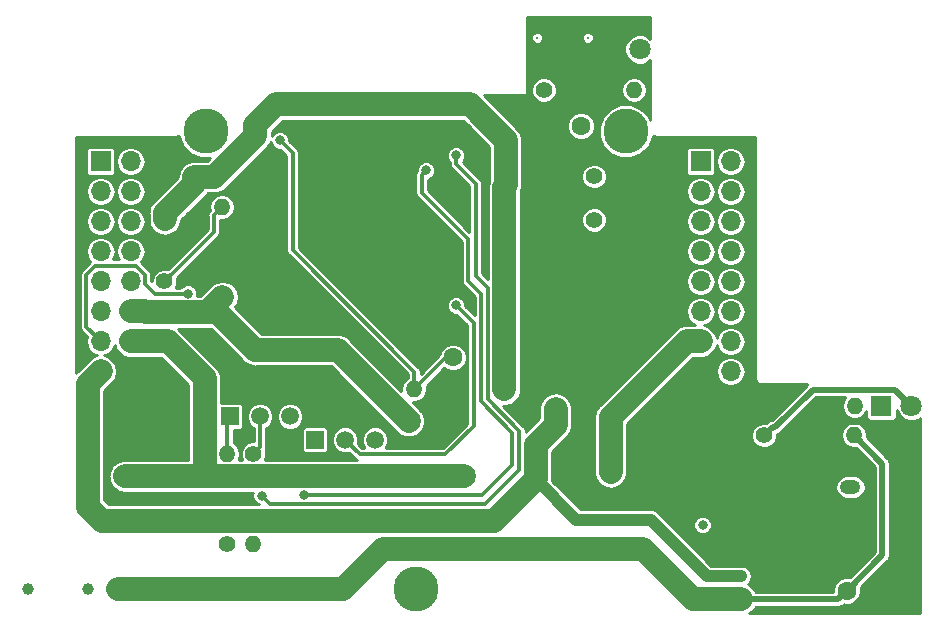
<source format=gbr>
G04 #@! TF.GenerationSoftware,KiCad,Pcbnew,(5.0.2)-1*
G04 #@! TF.CreationDate,2019-10-04T12:41:36+03:00*
G04 #@! TF.ProjectId,esp32d-diy,65737033-3264-42d6-9469-792e6b696361,1.0*
G04 #@! TF.SameCoordinates,Original*
G04 #@! TF.FileFunction,Copper,L2,Bot*
G04 #@! TF.FilePolarity,Positive*
%FSLAX46Y46*%
G04 Gerber Fmt 4.6, Leading zero omitted, Abs format (unit mm)*
G04 Created by KiCad (PCBNEW (5.0.2)-1) date 04.10.2019 12:41:36*
%MOMM*%
%LPD*%
G01*
G04 APERTURE LIST*
G04 #@! TA.AperFunction,ComponentPad*
%ADD10C,3.800000*%
G04 #@! TD*
G04 #@! TA.AperFunction,ComponentPad*
%ADD11R,1.700000X1.700000*%
G04 #@! TD*
G04 #@! TA.AperFunction,ComponentPad*
%ADD12O,1.700000X1.700000*%
G04 #@! TD*
G04 #@! TA.AperFunction,ComponentPad*
%ADD13O,1.400000X1.400000*%
G04 #@! TD*
G04 #@! TA.AperFunction,ComponentPad*
%ADD14C,1.400000*%
G04 #@! TD*
G04 #@! TA.AperFunction,ComponentPad*
%ADD15R,1.800000X1.800000*%
G04 #@! TD*
G04 #@! TA.AperFunction,ComponentPad*
%ADD16C,1.800000*%
G04 #@! TD*
G04 #@! TA.AperFunction,ComponentPad*
%ADD17C,1.600000*%
G04 #@! TD*
G04 #@! TA.AperFunction,ComponentPad*
%ADD18R,1.500000X1.500000*%
G04 #@! TD*
G04 #@! TA.AperFunction,ComponentPad*
%ADD19C,1.500000*%
G04 #@! TD*
G04 #@! TA.AperFunction,Conductor*
%ADD20C,0.100000*%
G04 #@! TD*
G04 #@! TA.AperFunction,ComponentPad*
%ADD21C,1.200000*%
G04 #@! TD*
G04 #@! TA.AperFunction,ComponentPad*
%ADD22O,1.750000X1.200000*%
G04 #@! TD*
G04 #@! TA.AperFunction,ComponentPad*
%ADD23C,0.250000*%
G04 #@! TD*
G04 #@! TA.AperFunction,ViaPad*
%ADD24C,0.800000*%
G04 #@! TD*
G04 #@! TA.AperFunction,ViaPad*
%ADD25C,1.000000*%
G04 #@! TD*
G04 #@! TA.AperFunction,ViaPad*
%ADD26C,2.000000*%
G04 #@! TD*
G04 #@! TA.AperFunction,Conductor*
%ADD27C,0.310000*%
G04 #@! TD*
G04 #@! TA.AperFunction,Conductor*
%ADD28C,1.000000*%
G04 #@! TD*
G04 #@! TA.AperFunction,Conductor*
%ADD29C,2.000000*%
G04 #@! TD*
G04 #@! TA.AperFunction,Conductor*
%ADD30C,0.508000*%
G04 #@! TD*
G04 #@! TA.AperFunction,Conductor*
%ADD31C,0.254000*%
G04 #@! TD*
G04 APERTURE END LIST*
D10*
G04 #@! TO.P,H1,1*
G04 #@! TO.N,N/C*
X101600000Y-104775000D03*
G04 #@! TD*
G04 #@! TO.P,H2,1*
G04 #@! TO.N,N/C*
X137160000Y-104775000D03*
G04 #@! TD*
G04 #@! TO.P,H3,1*
G04 #@! TO.N,N/C*
X119380000Y-143510000D03*
G04 #@! TD*
D11*
G04 #@! TO.P,J2,1*
G04 #@! TO.N,VSPI_MOSI*
X143510000Y-107315000D03*
D12*
G04 #@! TO.P,J2,2*
G04 #@! TO.N,I2C_SCL*
X146050000Y-107315000D03*
G04 #@! TO.P,J2,3*
G04 #@! TO.N,IO1*
X143510000Y-109855000D03*
G04 #@! TO.P,J2,4*
G04 #@! TO.N,IO3*
X146050000Y-109855000D03*
G04 #@! TO.P,J2,5*
G04 #@! TO.N,I2C_SDA*
X143510000Y-112395000D03*
G04 #@! TO.P,J2,6*
G04 #@! TO.N,VSPI_MISO*
X146050000Y-112395000D03*
G04 #@! TO.P,J2,7*
G04 #@! TO.N,VSPI_CLK*
X143510000Y-114935000D03*
G04 #@! TO.P,J2,8*
G04 #@! TO.N,IO5*
X146050000Y-114935000D03*
G04 #@! TO.P,J2,9*
G04 #@! TO.N,IO17*
X143510000Y-117475000D03*
G04 #@! TO.P,J2,10*
G04 #@! TO.N,IO16*
X146050000Y-117475000D03*
G04 #@! TO.P,J2,11*
G04 #@! TO.N,IO4*
X143510000Y-120015000D03*
G04 #@! TO.P,J2,12*
G04 #@! TO.N,IO0*
X146050000Y-120015000D03*
G04 #@! TO.P,J2,13*
G04 #@! TO.N,+3.3V*
X143510000Y-122555000D03*
G04 #@! TO.P,J2,14*
G04 #@! TO.N,IO2*
X146050000Y-122555000D03*
G04 #@! TO.P,J2,15*
G04 #@! TO.N,GND*
X143510000Y-125095000D03*
G04 #@! TO.P,J2,16*
G04 #@! TO.N,EN*
X146050000Y-125095000D03*
G04 #@! TD*
D11*
G04 #@! TO.P,J1,1*
G04 #@! TO.N,I39*
X92710000Y-107315000D03*
D12*
G04 #@! TO.P,J1,2*
G04 #@! TO.N,I36*
X95250000Y-107315000D03*
G04 #@! TO.P,J1,3*
G04 #@! TO.N,IO33*
X92710000Y-109855000D03*
G04 #@! TO.P,J1,4*
G04 #@! TO.N,I34*
X95250000Y-109855000D03*
G04 #@! TO.P,J1,5*
G04 #@! TO.N,IO26*
X92710000Y-112395000D03*
G04 #@! TO.P,J1,6*
G04 #@! TO.N,IO32*
X95250000Y-112395000D03*
G04 #@! TO.P,J1,7*
G04 #@! TO.N,HSPI_CLK*
X92710000Y-114935000D03*
G04 #@! TO.P,J1,8*
G04 #@! TO.N,IO25*
X95250000Y-114935000D03*
G04 #@! TO.P,J1,9*
G04 #@! TO.N,HSPI_MOSI*
X92710000Y-117475000D03*
G04 #@! TO.P,J1,10*
G04 #@! TO.N,IO27*
X95250000Y-117475000D03*
G04 #@! TO.P,J1,11*
G04 #@! TO.N,IO15*
X92710000Y-120015000D03*
G04 #@! TO.P,J1,12*
G04 #@! TO.N,VBAT*
X95250000Y-120015000D03*
G04 #@! TO.P,J1,13*
G04 #@! TO.N,HSPI_MISO*
X92710000Y-122555000D03*
G04 #@! TO.P,J1,14*
G04 #@! TO.N,+3.3V*
X95250000Y-122555000D03*
G04 #@! TO.P,J1,15*
G04 #@! TO.N,EXT_5V*
X92710000Y-125095000D03*
G04 #@! TO.P,J1,16*
G04 #@! TO.N,GND*
X95250000Y-125095000D03*
G04 #@! TD*
D13*
G04 #@! TO.P,R3,2*
G04 #@! TO.N,+3.3V*
X126873000Y-112268000D03*
D14*
G04 #@! TO.P,R3,1*
G04 #@! TO.N,I2C_SDA*
X134493000Y-112268000D03*
G04 #@! TD*
G04 #@! TO.P,R4,1*
G04 #@! TO.N,I2C_SCL*
X134493000Y-108585000D03*
D13*
G04 #@! TO.P,R4,2*
G04 #@! TO.N,+3.3V*
X126873000Y-108585000D03*
G04 #@! TD*
D15*
G04 #@! TO.P,D2,1*
G04 #@! TO.N,GND*
X135798560Y-97835720D03*
D16*
G04 #@! TO.P,D2,2*
G04 #@! TO.N,Net-(D2-Pad2)*
X138338560Y-97835720D03*
G04 #@! TD*
D14*
G04 #@! TO.P,R2,1*
G04 #@! TO.N,IO2*
X130238500Y-101282500D03*
D13*
G04 #@! TO.P,R2,2*
G04 #@! TO.N,Net-(D2-Pad2)*
X137858500Y-101282500D03*
G04 #@! TD*
D17*
G04 #@! TO.P,C6,1*
G04 #@! TO.N,GND*
X130873500Y-104330500D03*
G04 #@! TO.P,C6,2*
G04 #@! TO.N,EN*
X133373500Y-104330500D03*
G04 #@! TD*
D15*
G04 #@! TO.P,D6,1*
G04 #@! TO.N,Net-(D6-Pad1)*
X158813500Y-128016000D03*
D16*
G04 #@! TO.P,D6,2*
G04 #@! TO.N,Net-(D6-Pad2)*
X161353500Y-128016000D03*
G04 #@! TD*
D14*
G04 #@! TO.P,R10,1*
G04 #@! TO.N,Net-(D6-Pad2)*
X148889720Y-130520440D03*
D13*
G04 #@! TO.P,R10,2*
G04 #@! TO.N,VBUS*
X156509720Y-130520440D03*
G04 #@! TD*
D14*
G04 #@! TO.P,R1,1*
G04 #@! TO.N,+3.3V*
X126873000Y-126619000D03*
D13*
G04 #@! TO.P,R1,2*
G04 #@! TO.N,EN*
X119253000Y-126619000D03*
G04 #@! TD*
D17*
G04 #@! TO.P,C1,1*
G04 #@! TO.N,+3.3V*
X100647500Y-108648500D03*
G04 #@! TO.P,C1,2*
G04 #@! TO.N,GND*
X98147500Y-108648500D03*
G04 #@! TD*
G04 #@! TO.P,C2,1*
G04 #@! TO.N,+3.3V*
X98140520Y-112186720D03*
G04 #@! TO.P,C2,2*
G04 #@! TO.N,GND*
X100640520Y-112186720D03*
G04 #@! TD*
G04 #@! TO.P,C3,2*
G04 #@! TO.N,GND*
X120060080Y-123916440D03*
G04 #@! TO.P,C3,1*
G04 #@! TO.N,EN*
X122560080Y-123916440D03*
G04 #@! TD*
D13*
G04 #@! TO.P,R12,2*
G04 #@! TO.N,I35*
X102997000Y-111188500D03*
D14*
G04 #@! TO.P,R12,1*
G04 #@! TO.N,VBAT*
X102997000Y-118808500D03*
G04 #@! TD*
G04 #@! TO.P,R13,1*
G04 #@! TO.N,I35*
X98107500Y-117475000D03*
D13*
G04 #@! TO.P,R13,2*
G04 #@! TO.N,GND*
X98107500Y-125095000D03*
G04 #@! TD*
D14*
G04 #@! TO.P,R8,1*
G04 #@! TO.N,DTR*
X103438960Y-139689840D03*
D13*
G04 #@! TO.P,R8,2*
G04 #@! TO.N,Net-(Q1-Pad1)*
X103438960Y-132069840D03*
G04 #@! TD*
G04 #@! TO.P,R9,2*
G04 #@! TO.N,Net-(Q2-Pad1)*
X105643680Y-139689840D03*
D14*
G04 #@! TO.P,R9,1*
G04 #@! TO.N,RTS*
X105643680Y-132069840D03*
G04 #@! TD*
D18*
G04 #@! TO.P,Q1,1*
G04 #@! TO.N,Net-(Q1-Pad1)*
X103657400Y-128910080D03*
D19*
G04 #@! TO.P,Q1,3*
G04 #@! TO.N,EN*
X108737400Y-128910080D03*
G04 #@! TO.P,Q1,2*
G04 #@! TO.N,RTS*
X106197400Y-128910080D03*
G04 #@! TD*
G04 #@! TO.P,Q2,2*
G04 #@! TO.N,IO0*
X113395760Y-130891280D03*
G04 #@! TO.P,Q2,3*
G04 #@! TO.N,DTR*
X115935760Y-130891280D03*
D18*
G04 #@! TO.P,Q2,1*
G04 #@! TO.N,Net-(Q2-Pad1)*
X110855760Y-130891280D03*
G04 #@! TD*
D17*
G04 #@! TO.P,C4,1*
G04 #@! TO.N,EXT_5V*
X131221480Y-128285240D03*
G04 #@! TO.P,C4,2*
G04 #@! TO.N,GND*
X131221480Y-125785240D03*
G04 #@! TD*
G04 #@! TO.P,C5,2*
G04 #@! TO.N,GND*
X138395080Y-133609080D03*
G04 #@! TO.P,C5,1*
G04 #@! TO.N,+3.3V*
X135895080Y-133609080D03*
G04 #@! TD*
D20*
G04 #@! TO.N,GND*
G04 #@! TO.C,J4*
G36*
X156839185Y-136291204D02*
X156863453Y-136294804D01*
X156887252Y-136300765D01*
X156910351Y-136309030D01*
X156932530Y-136319520D01*
X156953573Y-136332132D01*
X156973279Y-136346747D01*
X156991457Y-136363223D01*
X157007933Y-136381401D01*
X157022548Y-136401107D01*
X157035160Y-136422150D01*
X157045650Y-136444329D01*
X157053915Y-136467428D01*
X157059876Y-136491227D01*
X157063476Y-136515495D01*
X157064680Y-136539999D01*
X157064680Y-137240001D01*
X157063476Y-137264505D01*
X157059876Y-137288773D01*
X157053915Y-137312572D01*
X157045650Y-137335671D01*
X157035160Y-137357850D01*
X157022548Y-137378893D01*
X157007933Y-137398599D01*
X156991457Y-137416777D01*
X156973279Y-137433253D01*
X156953573Y-137447868D01*
X156932530Y-137460480D01*
X156910351Y-137470970D01*
X156887252Y-137479235D01*
X156863453Y-137485196D01*
X156839185Y-137488796D01*
X156814681Y-137490000D01*
X155564679Y-137490000D01*
X155540175Y-137488796D01*
X155515907Y-137485196D01*
X155492108Y-137479235D01*
X155469009Y-137470970D01*
X155446830Y-137460480D01*
X155425787Y-137447868D01*
X155406081Y-137433253D01*
X155387903Y-137416777D01*
X155371427Y-137398599D01*
X155356812Y-137378893D01*
X155344200Y-137357850D01*
X155333710Y-137335671D01*
X155325445Y-137312572D01*
X155319484Y-137288773D01*
X155315884Y-137264505D01*
X155314680Y-137240001D01*
X155314680Y-136539999D01*
X155315884Y-136515495D01*
X155319484Y-136491227D01*
X155325445Y-136467428D01*
X155333710Y-136444329D01*
X155344200Y-136422150D01*
X155356812Y-136401107D01*
X155371427Y-136381401D01*
X155387903Y-136363223D01*
X155406081Y-136346747D01*
X155425787Y-136332132D01*
X155446830Y-136319520D01*
X155469009Y-136309030D01*
X155492108Y-136300765D01*
X155515907Y-136294804D01*
X155540175Y-136291204D01*
X155564679Y-136290000D01*
X156814681Y-136290000D01*
X156839185Y-136291204D01*
X156839185Y-136291204D01*
G37*
D21*
G04 #@! TD*
G04 #@! TO.P,J4,1*
G04 #@! TO.N,GND*
X156189680Y-136890000D03*
D22*
G04 #@! TO.P,J4,2*
G04 #@! TO.N,VBAT*
X156189680Y-134890000D03*
G04 #@! TD*
D17*
G04 #@! TO.P,C9,1*
G04 #@! TO.N,VBUS*
X155905200Y-143652240D03*
G04 #@! TO.P,C9,2*
G04 #@! TO.N,GND*
X155905200Y-141152240D03*
G04 #@! TD*
D14*
G04 #@! TO.P,R11,1*
G04 #@! TO.N,GND*
X148915120Y-128016000D03*
D13*
G04 #@! TO.P,R11,2*
G04 #@! TO.N,Net-(R11-Pad2)*
X156535120Y-128016000D03*
G04 #@! TD*
D23*
G04 #@! TO.P,SW1,6*
G04 #@! TO.N,N/C*
X129685760Y-96841160D03*
G04 #@! TO.P,SW1,7*
X133935760Y-96841160D03*
G04 #@! TD*
D10*
G04 #@! TO.P,H4,1*
G04 #@! TO.N,GND*
X113228120Y-110525560D03*
G04 #@! TD*
D24*
G04 #@! TO.N,GND*
X130759200Y-97693480D03*
X99298760Y-128264920D03*
X108585000Y-120523000D03*
X107777280Y-107553760D03*
X116840000Y-114173000D03*
X120142000Y-105918000D03*
X113553240Y-104612440D03*
G04 #@! TO.N,EN*
X107863640Y-105537000D03*
G04 #@! TO.N,HSPI_MISO*
X100094669Y-118508509D03*
G04 #@! TO.N,IO0*
X122809000Y-119507000D03*
G04 #@! TO.N,IO3*
X120269000Y-108077000D03*
X109951520Y-135579490D03*
G04 #@! TO.N,IO1*
X122800000Y-106807000D03*
X106337100Y-135610600D03*
D25*
G04 #@! TO.N,EXT_5V*
X91643200Y-143497300D03*
D26*
X91643200Y-136550400D03*
D24*
X146923000Y-142433000D03*
D26*
X129540000Y-131318000D03*
D25*
G04 #@! TO.N,+3.3V*
X86588600Y-143497300D03*
D24*
X105791000Y-104267000D03*
X127000000Y-105537000D03*
D26*
X123444000Y-133985000D03*
X94767400Y-133972300D03*
D25*
G04 #@! TO.N,VBUS*
X94170500Y-143510000D03*
D24*
X146939000Y-144399000D03*
G04 #@! TO.N,VBAT*
X143667480Y-138104880D03*
D26*
X118785640Y-129306320D03*
G04 #@! TD*
D27*
G04 #@! TO.N,EN*
X121955560Y-123916440D02*
X122560080Y-123916440D01*
X119253000Y-126619000D02*
X121955560Y-123916440D01*
X108966000Y-106639360D02*
X107863640Y-105537000D01*
X108966000Y-114843560D02*
X108966000Y-106639360D01*
X119253000Y-126619000D02*
X119253000Y-125130560D01*
X119253000Y-125130560D02*
X108966000Y-114843560D01*
G04 #@! TO.N,HSPI_MISO*
X91504999Y-116896599D02*
X92258599Y-116142999D01*
X91504999Y-121349999D02*
X91504999Y-116896599D01*
X92710000Y-122555000D02*
X91504999Y-121349999D01*
X93909599Y-116142999D02*
X94361000Y-116142999D01*
X95701401Y-116142999D02*
X93535500Y-116142999D01*
X96455001Y-116896599D02*
X95701401Y-116142999D01*
X96455001Y-117664001D02*
X96455001Y-116896599D01*
X97321001Y-118530001D02*
X96455001Y-117664001D01*
X99528984Y-118508509D02*
X99507492Y-118530001D01*
X100094669Y-118508509D02*
X99528984Y-118508509D01*
X99507492Y-118530001D02*
X97321001Y-118530001D01*
X93535500Y-116142999D02*
X94361000Y-116142999D01*
X92258599Y-116142999D02*
X93535500Y-116142999D01*
G04 #@! TO.N,IO0*
X124277120Y-120975120D02*
X122809000Y-119507000D01*
X124277120Y-129738120D02*
X124277120Y-120975120D01*
X121889520Y-132125720D02*
X124277120Y-129738120D01*
X113395760Y-130891280D02*
X114630200Y-132125720D01*
X114630200Y-132125720D02*
X121889520Y-132125720D01*
G04 #@! TO.N,IO3*
X125031500Y-135572500D02*
X110121700Y-135572500D01*
X119888000Y-108458000D02*
X119888000Y-109982000D01*
X120269000Y-108077000D02*
X119888000Y-108458000D01*
X127571500Y-133032500D02*
X125031500Y-135572500D01*
X127571500Y-130302000D02*
X127571500Y-133032500D01*
X119888000Y-109982000D02*
X123825000Y-113919000D01*
X123825000Y-113919000D02*
X123825000Y-117454680D01*
X123825000Y-117454680D02*
X124909580Y-118539260D01*
X124909580Y-127640080D02*
X127571500Y-130302000D01*
X124909580Y-118539260D02*
X124909580Y-127640080D01*
G04 #@! TO.N,IO1*
X122800000Y-107567000D02*
X124206000Y-108973000D01*
X122800000Y-106807000D02*
X122800000Y-107567000D01*
X124460000Y-109227000D02*
X124206000Y-108973000D01*
X125222000Y-136334500D02*
X128143000Y-133413500D01*
X128143000Y-133413500D02*
X128143000Y-130111500D01*
X107461585Y-136334500D02*
X109601000Y-136334500D01*
X109410500Y-136334500D02*
X109601000Y-136334500D01*
X107461585Y-136334500D02*
X107061000Y-136334500D01*
X124460000Y-115869720D02*
X124460000Y-117027960D01*
X124460000Y-115869720D02*
X124460000Y-109227000D01*
X125465840Y-118033800D02*
X125465840Y-127434340D01*
X124460000Y-117027960D02*
X125465840Y-118033800D01*
X128143000Y-130111500D02*
X125465840Y-127434340D01*
X107061000Y-136334500D02*
X106337100Y-135610600D01*
X117063520Y-136334500D02*
X107061000Y-136334500D01*
X117063520Y-136334500D02*
X125222000Y-136334500D01*
X109601000Y-136334500D02*
X117063520Y-136334500D01*
D28*
G04 #@! TO.N,EXT_5V*
X146873000Y-142433000D02*
X146923000Y-142433000D01*
X129540000Y-134239000D02*
X132969000Y-137668000D01*
D29*
X126047500Y-137731500D02*
X129540000Y-134239000D01*
X121920000Y-137731500D02*
X126047500Y-137731500D01*
X108521500Y-137731500D02*
X121920000Y-137731500D01*
X121920000Y-137731500D02*
X123126500Y-137731500D01*
X129540000Y-131318000D02*
X129540000Y-134239000D01*
X92710000Y-125095000D02*
X91643200Y-126161800D01*
X91643200Y-126161800D02*
X91643200Y-136550400D01*
X92824300Y-137731500D02*
X91643200Y-136550400D01*
X108521500Y-137731500D02*
X92824300Y-137731500D01*
X131221480Y-129636520D02*
X129540000Y-131318000D01*
X131221480Y-128285240D02*
X131221480Y-129636520D01*
D28*
X137668000Y-137668000D02*
X139278360Y-137668000D01*
X137668000Y-137668000D02*
X132969000Y-137668000D01*
X144043360Y-142433000D02*
X146923000Y-142433000D01*
X139278360Y-137668000D02*
X144043360Y-142433000D01*
D29*
G04 #@! TO.N,+3.3V*
X123444000Y-133985000D02*
X123444000Y-133985000D01*
X126873000Y-109474000D02*
X127000000Y-109347000D01*
X126873000Y-126619000D02*
X126873000Y-109474000D01*
X127000000Y-109347000D02*
X127000000Y-105537000D01*
X127000000Y-105537000D02*
X124841000Y-103378000D01*
X105791000Y-104267000D02*
X107569000Y-102489000D01*
X123952000Y-102489000D02*
X127000000Y-105537000D01*
X107569000Y-102489000D02*
X123952000Y-102489000D01*
X113347718Y-133985000D02*
X113347718Y-133985000D01*
X142307919Y-122555000D02*
X143510000Y-122555000D01*
X135890000Y-128972919D02*
X142307919Y-122555000D01*
X135890000Y-133604000D02*
X135890000Y-128972919D01*
X113347718Y-133985000D02*
X114236500Y-133985000D01*
X94767400Y-133972300D02*
X94780100Y-133985000D01*
X101508560Y-125684058D02*
X101508560Y-133975285D01*
X98379502Y-122555000D02*
X101508560Y-125684058D01*
X95250000Y-122555000D02*
X98379502Y-122555000D01*
X101508560Y-133975285D02*
X94767400Y-133972300D01*
X101512764Y-133979489D02*
X101508560Y-133975285D01*
X110719521Y-133979489D02*
X101512764Y-133979489D01*
X110725032Y-133985000D02*
X110719521Y-133979489D01*
X123444000Y-133985000D02*
X110725032Y-133985000D01*
X101778870Y-108648500D02*
X100647500Y-108648500D01*
X102314502Y-108648500D02*
X101778870Y-108648500D01*
X105791000Y-105172002D02*
X102314502Y-108648500D01*
X105791000Y-104267000D02*
X105791000Y-105172002D01*
X98140520Y-111726718D02*
X98140520Y-112186720D01*
X100647500Y-109219738D02*
X98140520Y-111726718D01*
X100647500Y-108648500D02*
X100647500Y-109219738D01*
G04 #@! TO.N,VBUS*
X138620500Y-140144500D02*
X142875000Y-144399000D01*
X142875000Y-144399000D02*
X146939000Y-144399000D01*
X113235740Y-143510000D02*
X116601240Y-140144500D01*
X94170500Y-143510000D02*
X113235740Y-143510000D01*
X116601240Y-140144500D02*
X138620500Y-140144500D01*
D30*
X155158440Y-144399000D02*
X155905200Y-143652240D01*
X146939000Y-144399000D02*
X155158440Y-144399000D01*
X155905200Y-143652240D02*
X158892240Y-140665200D01*
X158892240Y-132902960D02*
X158892240Y-133492240D01*
X156509720Y-130520440D02*
X158892240Y-132902960D01*
X158892240Y-140665200D02*
X158892240Y-133492240D01*
D27*
G04 #@! TO.N,RTS*
X106197400Y-131516120D02*
X105643680Y-132069840D01*
X106197400Y-128910080D02*
X106197400Y-131516120D01*
G04 #@! TO.N,Net-(Q1-Pad1)*
X103438960Y-129128520D02*
X103657400Y-128910080D01*
X103438960Y-132069840D02*
X103438960Y-129128520D01*
D30*
G04 #@! TO.N,Net-(D6-Pad2)*
X149589719Y-129820441D02*
X149797999Y-129820441D01*
X148889720Y-130520440D02*
X149589719Y-129820441D01*
X149797999Y-129820441D02*
X152989280Y-126629160D01*
X159966660Y-126629160D02*
X161353500Y-128016000D01*
X152989280Y-126629160D02*
X159966660Y-126629160D01*
D28*
G04 #@! TO.N,VBAT*
X95250000Y-120015000D02*
X100584000Y-120015000D01*
D29*
X96452081Y-120015000D02*
X96545591Y-120108510D01*
X96545591Y-120108510D02*
X101696990Y-120108510D01*
X102297001Y-119508499D02*
X102997000Y-118808500D01*
X101696990Y-120108510D02*
X102297001Y-119508499D01*
X95250000Y-120015000D02*
X96452081Y-120015000D01*
X112770920Y-123291600D02*
X118785640Y-129306320D01*
X105765600Y-123291600D02*
X112770920Y-123291600D01*
X96545591Y-120108510D02*
X102582510Y-120108510D01*
X102582510Y-120108510D02*
X105765600Y-123291600D01*
D27*
G04 #@! TO.N,I35*
X98807499Y-116775001D02*
X98107500Y-117475000D01*
X102297001Y-113285499D02*
X98807499Y-116775001D01*
X102297001Y-111888499D02*
X102297001Y-113285499D01*
X102997000Y-111188500D02*
X102297001Y-111888499D01*
G04 #@! TD*
D31*
G04 #@! TO.N,GND*
G36*
X139244001Y-96929554D02*
X139064188Y-96749741D01*
X138593367Y-96554720D01*
X138083753Y-96554720D01*
X137612932Y-96749741D01*
X137252581Y-97110092D01*
X137057560Y-97580913D01*
X137057560Y-98090527D01*
X137252581Y-98561348D01*
X137612932Y-98921699D01*
X138083753Y-99116720D01*
X138593367Y-99116720D01*
X139064188Y-98921699D01*
X139244001Y-98741886D01*
X139244000Y-103845682D01*
X139093738Y-103482918D01*
X138452082Y-102841262D01*
X137613719Y-102494000D01*
X136706281Y-102494000D01*
X135867918Y-102841262D01*
X135226262Y-103482918D01*
X134879000Y-104321281D01*
X134879000Y-105228719D01*
X135226262Y-106067082D01*
X135867918Y-106708738D01*
X136706281Y-107056000D01*
X137613719Y-107056000D01*
X138452082Y-106708738D01*
X138695820Y-106465000D01*
X142271536Y-106465000D01*
X142271536Y-108165000D01*
X142301106Y-108313659D01*
X142385314Y-108439686D01*
X142511341Y-108523894D01*
X142660000Y-108553464D01*
X144360000Y-108553464D01*
X144508659Y-108523894D01*
X144634686Y-108439686D01*
X144718894Y-108313659D01*
X144748464Y-108165000D01*
X144748464Y-107315000D01*
X144794884Y-107315000D01*
X144890424Y-107795312D01*
X145162499Y-108202501D01*
X145569688Y-108474576D01*
X145928761Y-108546000D01*
X146171239Y-108546000D01*
X146530312Y-108474576D01*
X146937501Y-108202501D01*
X147209576Y-107795312D01*
X147305116Y-107315000D01*
X147209576Y-106834688D01*
X146937501Y-106427499D01*
X146530312Y-106155424D01*
X146171239Y-106084000D01*
X145928761Y-106084000D01*
X145569688Y-106155424D01*
X145162499Y-106427499D01*
X144890424Y-106834688D01*
X144794884Y-107315000D01*
X144748464Y-107315000D01*
X144748464Y-106465000D01*
X144718894Y-106316341D01*
X144634686Y-106190314D01*
X144508659Y-106106106D01*
X144360000Y-106076536D01*
X142660000Y-106076536D01*
X142511341Y-106106106D01*
X142385314Y-106190314D01*
X142301106Y-106316341D01*
X142271536Y-106465000D01*
X138695820Y-106465000D01*
X139093738Y-106067082D01*
X139441000Y-105228719D01*
X139441000Y-105150367D01*
X139522078Y-105204542D01*
X139700000Y-105239933D01*
X139744909Y-105231000D01*
X148134001Y-105231000D01*
X148134000Y-125685091D01*
X148125067Y-125730000D01*
X148160458Y-125907922D01*
X148239213Y-126025787D01*
X148261243Y-126058757D01*
X148412078Y-126159542D01*
X148590000Y-126194933D01*
X148634909Y-126186000D01*
X152521683Y-126186000D01*
X152496046Y-126224368D01*
X149536910Y-129183506D01*
X149527181Y-129185441D01*
X149527178Y-129185441D01*
X149341954Y-129222284D01*
X149131910Y-129362632D01*
X149096483Y-129415652D01*
X149072695Y-129439440D01*
X148674696Y-129439440D01*
X148277383Y-129604012D01*
X147973292Y-129908103D01*
X147808720Y-130305416D01*
X147808720Y-130735464D01*
X147973292Y-131132777D01*
X148277383Y-131436868D01*
X148674696Y-131601440D01*
X149104744Y-131601440D01*
X149502057Y-131436868D01*
X149806148Y-131132777D01*
X149970720Y-130735464D01*
X149970720Y-130433525D01*
X150045764Y-130418598D01*
X150255808Y-130278250D01*
X150291237Y-130225227D01*
X153252306Y-127264160D01*
X155737375Y-127264160D01*
X155516840Y-127594215D01*
X155432942Y-128016000D01*
X155516840Y-128437785D01*
X155755762Y-128795358D01*
X156113335Y-129034280D01*
X156428651Y-129097000D01*
X156641589Y-129097000D01*
X156956905Y-129034280D01*
X157314478Y-128795358D01*
X157525036Y-128480235D01*
X157525036Y-128916000D01*
X157554606Y-129064659D01*
X157638814Y-129190686D01*
X157764841Y-129274894D01*
X157913500Y-129304464D01*
X159713500Y-129304464D01*
X159862159Y-129274894D01*
X159988186Y-129190686D01*
X160072394Y-129064659D01*
X160101964Y-128916000D01*
X160101964Y-128341939D01*
X160267521Y-128741628D01*
X160627872Y-129101979D01*
X161098693Y-129297000D01*
X161608307Y-129297000D01*
X162079128Y-129101979D01*
X162104001Y-129077106D01*
X162104000Y-145594000D01*
X147636289Y-145594000D01*
X147934645Y-145394645D01*
X148175620Y-145034000D01*
X155095903Y-145034000D01*
X155158440Y-145046439D01*
X155220977Y-145034000D01*
X155220981Y-145034000D01*
X155406205Y-144997157D01*
X155616249Y-144856809D01*
X155640297Y-144820819D01*
X155670285Y-144833240D01*
X156140115Y-144833240D01*
X156574183Y-144653443D01*
X156906403Y-144321223D01*
X157086200Y-143887155D01*
X157086200Y-143417325D01*
X157072123Y-143383341D01*
X159297029Y-141158436D01*
X159350049Y-141123009D01*
X159490397Y-140912965D01*
X159527240Y-140727741D01*
X159527240Y-140727736D01*
X159539679Y-140665201D01*
X159527240Y-140602665D01*
X159527240Y-132965496D01*
X159539679Y-132902959D01*
X159527240Y-132840420D01*
X159527240Y-132840419D01*
X159490397Y-132655195D01*
X159350049Y-132445151D01*
X159297029Y-132409724D01*
X157578027Y-130690723D01*
X157611898Y-130520440D01*
X157528000Y-130098655D01*
X157289078Y-129741082D01*
X156931505Y-129502160D01*
X156616189Y-129439440D01*
X156403251Y-129439440D01*
X156087935Y-129502160D01*
X155730362Y-129741082D01*
X155491440Y-130098655D01*
X155407542Y-130520440D01*
X155491440Y-130942225D01*
X155730362Y-131299798D01*
X156087935Y-131538720D01*
X156403251Y-131601440D01*
X156616189Y-131601440D01*
X156680002Y-131588747D01*
X158257240Y-133165985D01*
X158257240Y-133554781D01*
X158257241Y-133554786D01*
X158257240Y-140402175D01*
X156174099Y-142485317D01*
X156140115Y-142471240D01*
X155670285Y-142471240D01*
X155236217Y-142651037D01*
X154903997Y-142983257D01*
X154724200Y-143417325D01*
X154724200Y-143764000D01*
X148175620Y-143764000D01*
X147934645Y-143403355D01*
X147495581Y-143109982D01*
X147558165Y-143068165D01*
X147752883Y-142776749D01*
X147821259Y-142433000D01*
X147752883Y-142089251D01*
X147558165Y-141797835D01*
X147266749Y-141603117D01*
X147009767Y-141552000D01*
X144408282Y-141552000D01*
X140805811Y-137949529D01*
X142886480Y-137949529D01*
X142886480Y-138260231D01*
X143005380Y-138547281D01*
X143225079Y-138766980D01*
X143512129Y-138885880D01*
X143822831Y-138885880D01*
X144109881Y-138766980D01*
X144329580Y-138547281D01*
X144448480Y-138260231D01*
X144448480Y-137949529D01*
X144329580Y-137662479D01*
X144109881Y-137442780D01*
X143822831Y-137323880D01*
X143512129Y-137323880D01*
X143225079Y-137442780D01*
X143005380Y-137662479D01*
X142886480Y-137949529D01*
X140805811Y-137949529D01*
X139962677Y-137106396D01*
X139913525Y-137032835D01*
X139622109Y-136838117D01*
X139365127Y-136787000D01*
X139365123Y-136787000D01*
X139278360Y-136769742D01*
X139191597Y-136787000D01*
X133333922Y-136787000D01*
X130921154Y-134374233D01*
X130948054Y-134239000D01*
X130921000Y-134102991D01*
X130921000Y-131890028D01*
X132101819Y-130709210D01*
X132217125Y-130632165D01*
X132522353Y-130175359D01*
X132602480Y-129772534D01*
X132602480Y-129772530D01*
X132629534Y-129636520D01*
X132602480Y-129500511D01*
X132602480Y-128972919D01*
X134481946Y-128972919D01*
X134509001Y-129108933D01*
X134509000Y-133740013D01*
X134589127Y-134142838D01*
X134894355Y-134599644D01*
X135351161Y-134904873D01*
X135890000Y-135012055D01*
X136428838Y-134904873D01*
X136451097Y-134890000D01*
X154914462Y-134890000D01*
X154990599Y-135272767D01*
X155207419Y-135597261D01*
X155531913Y-135814081D01*
X155818064Y-135871000D01*
X156561296Y-135871000D01*
X156847447Y-135814081D01*
X157171941Y-135597261D01*
X157388761Y-135272767D01*
X157464898Y-134890000D01*
X157388761Y-134507233D01*
X157171941Y-134182739D01*
X156847447Y-133965919D01*
X156561296Y-133909000D01*
X155818064Y-133909000D01*
X155531913Y-133965919D01*
X155207419Y-134182739D01*
X154990599Y-134507233D01*
X154914462Y-134890000D01*
X136451097Y-134890000D01*
X136885644Y-134599645D01*
X137190873Y-134142839D01*
X137271000Y-133740014D01*
X137271000Y-129544947D01*
X141720947Y-125095000D01*
X144794884Y-125095000D01*
X144890424Y-125575312D01*
X145162499Y-125982501D01*
X145569688Y-126254576D01*
X145928761Y-126326000D01*
X146171239Y-126326000D01*
X146530312Y-126254576D01*
X146937501Y-125982501D01*
X147209576Y-125575312D01*
X147305116Y-125095000D01*
X147209576Y-124614688D01*
X146937501Y-124207499D01*
X146530312Y-123935424D01*
X146171239Y-123864000D01*
X145928761Y-123864000D01*
X145569688Y-123935424D01*
X145162499Y-124207499D01*
X144890424Y-124614688D01*
X144794884Y-125095000D01*
X141720947Y-125095000D01*
X142879948Y-123936000D01*
X143646014Y-123936000D01*
X144048839Y-123855873D01*
X144505645Y-123550645D01*
X144810873Y-123093839D01*
X144856469Y-122864611D01*
X144890424Y-123035312D01*
X145162499Y-123442501D01*
X145569688Y-123714576D01*
X145928761Y-123786000D01*
X146171239Y-123786000D01*
X146530312Y-123714576D01*
X146937501Y-123442501D01*
X147209576Y-123035312D01*
X147305116Y-122555000D01*
X147209576Y-122074688D01*
X146937501Y-121667499D01*
X146530312Y-121395424D01*
X146171239Y-121324000D01*
X145928761Y-121324000D01*
X145569688Y-121395424D01*
X145162499Y-121667499D01*
X144890424Y-122074688D01*
X144856469Y-122245389D01*
X144810873Y-122016161D01*
X144505645Y-121559355D01*
X144048839Y-121254127D01*
X143819611Y-121208531D01*
X143990312Y-121174576D01*
X144397501Y-120902501D01*
X144669576Y-120495312D01*
X144765116Y-120015000D01*
X144794884Y-120015000D01*
X144890424Y-120495312D01*
X145162499Y-120902501D01*
X145569688Y-121174576D01*
X145928761Y-121246000D01*
X146171239Y-121246000D01*
X146530312Y-121174576D01*
X146937501Y-120902501D01*
X147209576Y-120495312D01*
X147305116Y-120015000D01*
X147209576Y-119534688D01*
X146937501Y-119127499D01*
X146530312Y-118855424D01*
X146171239Y-118784000D01*
X145928761Y-118784000D01*
X145569688Y-118855424D01*
X145162499Y-119127499D01*
X144890424Y-119534688D01*
X144794884Y-120015000D01*
X144765116Y-120015000D01*
X144669576Y-119534688D01*
X144397501Y-119127499D01*
X143990312Y-118855424D01*
X143631239Y-118784000D01*
X143388761Y-118784000D01*
X143029688Y-118855424D01*
X142622499Y-119127499D01*
X142350424Y-119534688D01*
X142254884Y-120015000D01*
X142350424Y-120495312D01*
X142622499Y-120902501D01*
X143028826Y-121174000D01*
X142443928Y-121174000D01*
X142307918Y-121146946D01*
X142171909Y-121174000D01*
X142171905Y-121174000D01*
X141769080Y-121254127D01*
X141312274Y-121559355D01*
X141235229Y-121674661D01*
X135009662Y-127900229D01*
X134894356Y-127977274D01*
X134817311Y-128092580D01*
X134817310Y-128092581D01*
X134589128Y-128434080D01*
X134481946Y-128972919D01*
X132602480Y-128972919D01*
X132602480Y-128149226D01*
X132522353Y-127746401D01*
X132217124Y-127289595D01*
X131760318Y-126984367D01*
X131221480Y-126877185D01*
X130682641Y-126984367D01*
X130225835Y-127289596D01*
X129920607Y-127746402D01*
X129840480Y-128149227D01*
X129840480Y-129064491D01*
X128757727Y-130147245D01*
X128679000Y-130225972D01*
X128679000Y-130164285D01*
X128689500Y-130111500D01*
X128676393Y-130045609D01*
X128647900Y-129902364D01*
X128529434Y-129725066D01*
X128484684Y-129695166D01*
X126802562Y-128013044D01*
X126873000Y-128027055D01*
X127411838Y-127919873D01*
X127868644Y-127614645D01*
X128173873Y-127157839D01*
X128254000Y-126755014D01*
X128254000Y-117475000D01*
X142254884Y-117475000D01*
X142350424Y-117955312D01*
X142622499Y-118362501D01*
X143029688Y-118634576D01*
X143388761Y-118706000D01*
X143631239Y-118706000D01*
X143990312Y-118634576D01*
X144397501Y-118362501D01*
X144669576Y-117955312D01*
X144765116Y-117475000D01*
X144794884Y-117475000D01*
X144890424Y-117955312D01*
X145162499Y-118362501D01*
X145569688Y-118634576D01*
X145928761Y-118706000D01*
X146171239Y-118706000D01*
X146530312Y-118634576D01*
X146937501Y-118362501D01*
X147209576Y-117955312D01*
X147305116Y-117475000D01*
X147209576Y-116994688D01*
X146937501Y-116587499D01*
X146530312Y-116315424D01*
X146171239Y-116244000D01*
X145928761Y-116244000D01*
X145569688Y-116315424D01*
X145162499Y-116587499D01*
X144890424Y-116994688D01*
X144794884Y-117475000D01*
X144765116Y-117475000D01*
X144669576Y-116994688D01*
X144397501Y-116587499D01*
X143990312Y-116315424D01*
X143631239Y-116244000D01*
X143388761Y-116244000D01*
X143029688Y-116315424D01*
X142622499Y-116587499D01*
X142350424Y-116994688D01*
X142254884Y-117475000D01*
X128254000Y-117475000D01*
X128254000Y-114935000D01*
X142254884Y-114935000D01*
X142350424Y-115415312D01*
X142622499Y-115822501D01*
X143029688Y-116094576D01*
X143388761Y-116166000D01*
X143631239Y-116166000D01*
X143990312Y-116094576D01*
X144397501Y-115822501D01*
X144669576Y-115415312D01*
X144765116Y-114935000D01*
X144794884Y-114935000D01*
X144890424Y-115415312D01*
X145162499Y-115822501D01*
X145569688Y-116094576D01*
X145928761Y-116166000D01*
X146171239Y-116166000D01*
X146530312Y-116094576D01*
X146937501Y-115822501D01*
X147209576Y-115415312D01*
X147305116Y-114935000D01*
X147209576Y-114454688D01*
X146937501Y-114047499D01*
X146530312Y-113775424D01*
X146171239Y-113704000D01*
X145928761Y-113704000D01*
X145569688Y-113775424D01*
X145162499Y-114047499D01*
X144890424Y-114454688D01*
X144794884Y-114935000D01*
X144765116Y-114935000D01*
X144669576Y-114454688D01*
X144397501Y-114047499D01*
X143990312Y-113775424D01*
X143631239Y-113704000D01*
X143388761Y-113704000D01*
X143029688Y-113775424D01*
X142622499Y-114047499D01*
X142350424Y-114454688D01*
X142254884Y-114935000D01*
X128254000Y-114935000D01*
X128254000Y-112052976D01*
X133412000Y-112052976D01*
X133412000Y-112483024D01*
X133576572Y-112880337D01*
X133880663Y-113184428D01*
X134277976Y-113349000D01*
X134708024Y-113349000D01*
X135105337Y-113184428D01*
X135409428Y-112880337D01*
X135574000Y-112483024D01*
X135574000Y-112395000D01*
X142254884Y-112395000D01*
X142350424Y-112875312D01*
X142622499Y-113282501D01*
X143029688Y-113554576D01*
X143388761Y-113626000D01*
X143631239Y-113626000D01*
X143990312Y-113554576D01*
X144397501Y-113282501D01*
X144669576Y-112875312D01*
X144765116Y-112395000D01*
X144794884Y-112395000D01*
X144890424Y-112875312D01*
X145162499Y-113282501D01*
X145569688Y-113554576D01*
X145928761Y-113626000D01*
X146171239Y-113626000D01*
X146530312Y-113554576D01*
X146937501Y-113282501D01*
X147209576Y-112875312D01*
X147305116Y-112395000D01*
X147209576Y-111914688D01*
X146937501Y-111507499D01*
X146530312Y-111235424D01*
X146171239Y-111164000D01*
X145928761Y-111164000D01*
X145569688Y-111235424D01*
X145162499Y-111507499D01*
X144890424Y-111914688D01*
X144794884Y-112395000D01*
X144765116Y-112395000D01*
X144669576Y-111914688D01*
X144397501Y-111507499D01*
X143990312Y-111235424D01*
X143631239Y-111164000D01*
X143388761Y-111164000D01*
X143029688Y-111235424D01*
X142622499Y-111507499D01*
X142350424Y-111914688D01*
X142254884Y-112395000D01*
X135574000Y-112395000D01*
X135574000Y-112052976D01*
X135409428Y-111655663D01*
X135105337Y-111351572D01*
X134708024Y-111187000D01*
X134277976Y-111187000D01*
X133880663Y-111351572D01*
X133576572Y-111655663D01*
X133412000Y-112052976D01*
X128254000Y-112052976D01*
X128254000Y-109955989D01*
X128300873Y-109885839D01*
X128307007Y-109855000D01*
X142254884Y-109855000D01*
X142350424Y-110335312D01*
X142622499Y-110742501D01*
X143029688Y-111014576D01*
X143388761Y-111086000D01*
X143631239Y-111086000D01*
X143990312Y-111014576D01*
X144397501Y-110742501D01*
X144669576Y-110335312D01*
X144765116Y-109855000D01*
X144794884Y-109855000D01*
X144890424Y-110335312D01*
X145162499Y-110742501D01*
X145569688Y-111014576D01*
X145928761Y-111086000D01*
X146171239Y-111086000D01*
X146530312Y-111014576D01*
X146937501Y-110742501D01*
X147209576Y-110335312D01*
X147305116Y-109855000D01*
X147209576Y-109374688D01*
X146937501Y-108967499D01*
X146530312Y-108695424D01*
X146171239Y-108624000D01*
X145928761Y-108624000D01*
X145569688Y-108695424D01*
X145162499Y-108967499D01*
X144890424Y-109374688D01*
X144794884Y-109855000D01*
X144765116Y-109855000D01*
X144669576Y-109374688D01*
X144397501Y-108967499D01*
X143990312Y-108695424D01*
X143631239Y-108624000D01*
X143388761Y-108624000D01*
X143029688Y-108695424D01*
X142622499Y-108967499D01*
X142350424Y-109374688D01*
X142254884Y-109855000D01*
X128307007Y-109855000D01*
X128381000Y-109483014D01*
X128381000Y-109483010D01*
X128408054Y-109347001D01*
X128381000Y-109210991D01*
X128381000Y-108369976D01*
X133412000Y-108369976D01*
X133412000Y-108800024D01*
X133576572Y-109197337D01*
X133880663Y-109501428D01*
X134277976Y-109666000D01*
X134708024Y-109666000D01*
X135105337Y-109501428D01*
X135409428Y-109197337D01*
X135574000Y-108800024D01*
X135574000Y-108369976D01*
X135409428Y-107972663D01*
X135105337Y-107668572D01*
X134708024Y-107504000D01*
X134277976Y-107504000D01*
X133880663Y-107668572D01*
X133576572Y-107972663D01*
X133412000Y-108369976D01*
X128381000Y-108369976D01*
X128381000Y-105673009D01*
X128408054Y-105537000D01*
X128381000Y-105400990D01*
X128381000Y-105400986D01*
X128300873Y-104998161D01*
X127995645Y-104541355D01*
X127880339Y-104464310D01*
X127511614Y-104095585D01*
X132192500Y-104095585D01*
X132192500Y-104565415D01*
X132372297Y-104999483D01*
X132704517Y-105331703D01*
X133138585Y-105511500D01*
X133608415Y-105511500D01*
X134042483Y-105331703D01*
X134374703Y-104999483D01*
X134554500Y-104565415D01*
X134554500Y-104095585D01*
X134374703Y-103661517D01*
X134042483Y-103329297D01*
X133608415Y-103149500D01*
X133138585Y-103149500D01*
X132704517Y-103329297D01*
X132372297Y-103661517D01*
X132192500Y-104095585D01*
X127511614Y-104095585D01*
X125721338Y-102305310D01*
X125143028Y-101727000D01*
X128651000Y-101727000D01*
X128699601Y-101717333D01*
X128740803Y-101689803D01*
X128768333Y-101648601D01*
X128778000Y-101600000D01*
X128778000Y-101067476D01*
X129157500Y-101067476D01*
X129157500Y-101497524D01*
X129322072Y-101894837D01*
X129626163Y-102198928D01*
X130023476Y-102363500D01*
X130453524Y-102363500D01*
X130850837Y-102198928D01*
X131154928Y-101894837D01*
X131319500Y-101497524D01*
X131319500Y-101282500D01*
X136756322Y-101282500D01*
X136840220Y-101704285D01*
X137079142Y-102061858D01*
X137436715Y-102300780D01*
X137752031Y-102363500D01*
X137964969Y-102363500D01*
X138280285Y-102300780D01*
X138637858Y-102061858D01*
X138876780Y-101704285D01*
X138960678Y-101282500D01*
X138876780Y-100860715D01*
X138637858Y-100503142D01*
X138280285Y-100264220D01*
X137964969Y-100201500D01*
X137752031Y-100201500D01*
X137436715Y-100264220D01*
X137079142Y-100503142D01*
X136840220Y-100860715D01*
X136756322Y-101282500D01*
X131319500Y-101282500D01*
X131319500Y-101067476D01*
X131154928Y-100670163D01*
X130850837Y-100366072D01*
X130453524Y-100201500D01*
X130023476Y-100201500D01*
X129626163Y-100366072D01*
X129322072Y-100670163D01*
X129157500Y-101067476D01*
X128778000Y-101067476D01*
X128778000Y-96740510D01*
X129179760Y-96740510D01*
X129179760Y-96941810D01*
X129256794Y-97127786D01*
X129399134Y-97270126D01*
X129585110Y-97347160D01*
X129786410Y-97347160D01*
X129972386Y-97270126D01*
X130114726Y-97127786D01*
X130191760Y-96941810D01*
X130191760Y-96740510D01*
X133429760Y-96740510D01*
X133429760Y-96941810D01*
X133506794Y-97127786D01*
X133649134Y-97270126D01*
X133835110Y-97347160D01*
X134036410Y-97347160D01*
X134222386Y-97270126D01*
X134364726Y-97127786D01*
X134441760Y-96941810D01*
X134441760Y-96740510D01*
X134364726Y-96554534D01*
X134222386Y-96412194D01*
X134036410Y-96335160D01*
X133835110Y-96335160D01*
X133649134Y-96412194D01*
X133506794Y-96554534D01*
X133429760Y-96740510D01*
X130191760Y-96740510D01*
X130114726Y-96554534D01*
X129972386Y-96412194D01*
X129786410Y-96335160D01*
X129585110Y-96335160D01*
X129399134Y-96412194D01*
X129256794Y-96554534D01*
X129179760Y-96740510D01*
X128778000Y-96740510D01*
X128778000Y-95071000D01*
X139244001Y-95071000D01*
X139244001Y-96929554D01*
X139244001Y-96929554D01*
G37*
X139244001Y-96929554D02*
X139064188Y-96749741D01*
X138593367Y-96554720D01*
X138083753Y-96554720D01*
X137612932Y-96749741D01*
X137252581Y-97110092D01*
X137057560Y-97580913D01*
X137057560Y-98090527D01*
X137252581Y-98561348D01*
X137612932Y-98921699D01*
X138083753Y-99116720D01*
X138593367Y-99116720D01*
X139064188Y-98921699D01*
X139244001Y-98741886D01*
X139244000Y-103845682D01*
X139093738Y-103482918D01*
X138452082Y-102841262D01*
X137613719Y-102494000D01*
X136706281Y-102494000D01*
X135867918Y-102841262D01*
X135226262Y-103482918D01*
X134879000Y-104321281D01*
X134879000Y-105228719D01*
X135226262Y-106067082D01*
X135867918Y-106708738D01*
X136706281Y-107056000D01*
X137613719Y-107056000D01*
X138452082Y-106708738D01*
X138695820Y-106465000D01*
X142271536Y-106465000D01*
X142271536Y-108165000D01*
X142301106Y-108313659D01*
X142385314Y-108439686D01*
X142511341Y-108523894D01*
X142660000Y-108553464D01*
X144360000Y-108553464D01*
X144508659Y-108523894D01*
X144634686Y-108439686D01*
X144718894Y-108313659D01*
X144748464Y-108165000D01*
X144748464Y-107315000D01*
X144794884Y-107315000D01*
X144890424Y-107795312D01*
X145162499Y-108202501D01*
X145569688Y-108474576D01*
X145928761Y-108546000D01*
X146171239Y-108546000D01*
X146530312Y-108474576D01*
X146937501Y-108202501D01*
X147209576Y-107795312D01*
X147305116Y-107315000D01*
X147209576Y-106834688D01*
X146937501Y-106427499D01*
X146530312Y-106155424D01*
X146171239Y-106084000D01*
X145928761Y-106084000D01*
X145569688Y-106155424D01*
X145162499Y-106427499D01*
X144890424Y-106834688D01*
X144794884Y-107315000D01*
X144748464Y-107315000D01*
X144748464Y-106465000D01*
X144718894Y-106316341D01*
X144634686Y-106190314D01*
X144508659Y-106106106D01*
X144360000Y-106076536D01*
X142660000Y-106076536D01*
X142511341Y-106106106D01*
X142385314Y-106190314D01*
X142301106Y-106316341D01*
X142271536Y-106465000D01*
X138695820Y-106465000D01*
X139093738Y-106067082D01*
X139441000Y-105228719D01*
X139441000Y-105150367D01*
X139522078Y-105204542D01*
X139700000Y-105239933D01*
X139744909Y-105231000D01*
X148134001Y-105231000D01*
X148134000Y-125685091D01*
X148125067Y-125730000D01*
X148160458Y-125907922D01*
X148239213Y-126025787D01*
X148261243Y-126058757D01*
X148412078Y-126159542D01*
X148590000Y-126194933D01*
X148634909Y-126186000D01*
X152521683Y-126186000D01*
X152496046Y-126224368D01*
X149536910Y-129183506D01*
X149527181Y-129185441D01*
X149527178Y-129185441D01*
X149341954Y-129222284D01*
X149131910Y-129362632D01*
X149096483Y-129415652D01*
X149072695Y-129439440D01*
X148674696Y-129439440D01*
X148277383Y-129604012D01*
X147973292Y-129908103D01*
X147808720Y-130305416D01*
X147808720Y-130735464D01*
X147973292Y-131132777D01*
X148277383Y-131436868D01*
X148674696Y-131601440D01*
X149104744Y-131601440D01*
X149502057Y-131436868D01*
X149806148Y-131132777D01*
X149970720Y-130735464D01*
X149970720Y-130433525D01*
X150045764Y-130418598D01*
X150255808Y-130278250D01*
X150291237Y-130225227D01*
X153252306Y-127264160D01*
X155737375Y-127264160D01*
X155516840Y-127594215D01*
X155432942Y-128016000D01*
X155516840Y-128437785D01*
X155755762Y-128795358D01*
X156113335Y-129034280D01*
X156428651Y-129097000D01*
X156641589Y-129097000D01*
X156956905Y-129034280D01*
X157314478Y-128795358D01*
X157525036Y-128480235D01*
X157525036Y-128916000D01*
X157554606Y-129064659D01*
X157638814Y-129190686D01*
X157764841Y-129274894D01*
X157913500Y-129304464D01*
X159713500Y-129304464D01*
X159862159Y-129274894D01*
X159988186Y-129190686D01*
X160072394Y-129064659D01*
X160101964Y-128916000D01*
X160101964Y-128341939D01*
X160267521Y-128741628D01*
X160627872Y-129101979D01*
X161098693Y-129297000D01*
X161608307Y-129297000D01*
X162079128Y-129101979D01*
X162104001Y-129077106D01*
X162104000Y-145594000D01*
X147636289Y-145594000D01*
X147934645Y-145394645D01*
X148175620Y-145034000D01*
X155095903Y-145034000D01*
X155158440Y-145046439D01*
X155220977Y-145034000D01*
X155220981Y-145034000D01*
X155406205Y-144997157D01*
X155616249Y-144856809D01*
X155640297Y-144820819D01*
X155670285Y-144833240D01*
X156140115Y-144833240D01*
X156574183Y-144653443D01*
X156906403Y-144321223D01*
X157086200Y-143887155D01*
X157086200Y-143417325D01*
X157072123Y-143383341D01*
X159297029Y-141158436D01*
X159350049Y-141123009D01*
X159490397Y-140912965D01*
X159527240Y-140727741D01*
X159527240Y-140727736D01*
X159539679Y-140665201D01*
X159527240Y-140602665D01*
X159527240Y-132965496D01*
X159539679Y-132902959D01*
X159527240Y-132840420D01*
X159527240Y-132840419D01*
X159490397Y-132655195D01*
X159350049Y-132445151D01*
X159297029Y-132409724D01*
X157578027Y-130690723D01*
X157611898Y-130520440D01*
X157528000Y-130098655D01*
X157289078Y-129741082D01*
X156931505Y-129502160D01*
X156616189Y-129439440D01*
X156403251Y-129439440D01*
X156087935Y-129502160D01*
X155730362Y-129741082D01*
X155491440Y-130098655D01*
X155407542Y-130520440D01*
X155491440Y-130942225D01*
X155730362Y-131299798D01*
X156087935Y-131538720D01*
X156403251Y-131601440D01*
X156616189Y-131601440D01*
X156680002Y-131588747D01*
X158257240Y-133165985D01*
X158257240Y-133554781D01*
X158257241Y-133554786D01*
X158257240Y-140402175D01*
X156174099Y-142485317D01*
X156140115Y-142471240D01*
X155670285Y-142471240D01*
X155236217Y-142651037D01*
X154903997Y-142983257D01*
X154724200Y-143417325D01*
X154724200Y-143764000D01*
X148175620Y-143764000D01*
X147934645Y-143403355D01*
X147495581Y-143109982D01*
X147558165Y-143068165D01*
X147752883Y-142776749D01*
X147821259Y-142433000D01*
X147752883Y-142089251D01*
X147558165Y-141797835D01*
X147266749Y-141603117D01*
X147009767Y-141552000D01*
X144408282Y-141552000D01*
X140805811Y-137949529D01*
X142886480Y-137949529D01*
X142886480Y-138260231D01*
X143005380Y-138547281D01*
X143225079Y-138766980D01*
X143512129Y-138885880D01*
X143822831Y-138885880D01*
X144109881Y-138766980D01*
X144329580Y-138547281D01*
X144448480Y-138260231D01*
X144448480Y-137949529D01*
X144329580Y-137662479D01*
X144109881Y-137442780D01*
X143822831Y-137323880D01*
X143512129Y-137323880D01*
X143225079Y-137442780D01*
X143005380Y-137662479D01*
X142886480Y-137949529D01*
X140805811Y-137949529D01*
X139962677Y-137106396D01*
X139913525Y-137032835D01*
X139622109Y-136838117D01*
X139365127Y-136787000D01*
X139365123Y-136787000D01*
X139278360Y-136769742D01*
X139191597Y-136787000D01*
X133333922Y-136787000D01*
X130921154Y-134374233D01*
X130948054Y-134239000D01*
X130921000Y-134102991D01*
X130921000Y-131890028D01*
X132101819Y-130709210D01*
X132217125Y-130632165D01*
X132522353Y-130175359D01*
X132602480Y-129772534D01*
X132602480Y-129772530D01*
X132629534Y-129636520D01*
X132602480Y-129500511D01*
X132602480Y-128972919D01*
X134481946Y-128972919D01*
X134509001Y-129108933D01*
X134509000Y-133740013D01*
X134589127Y-134142838D01*
X134894355Y-134599644D01*
X135351161Y-134904873D01*
X135890000Y-135012055D01*
X136428838Y-134904873D01*
X136451097Y-134890000D01*
X154914462Y-134890000D01*
X154990599Y-135272767D01*
X155207419Y-135597261D01*
X155531913Y-135814081D01*
X155818064Y-135871000D01*
X156561296Y-135871000D01*
X156847447Y-135814081D01*
X157171941Y-135597261D01*
X157388761Y-135272767D01*
X157464898Y-134890000D01*
X157388761Y-134507233D01*
X157171941Y-134182739D01*
X156847447Y-133965919D01*
X156561296Y-133909000D01*
X155818064Y-133909000D01*
X155531913Y-133965919D01*
X155207419Y-134182739D01*
X154990599Y-134507233D01*
X154914462Y-134890000D01*
X136451097Y-134890000D01*
X136885644Y-134599645D01*
X137190873Y-134142839D01*
X137271000Y-133740014D01*
X137271000Y-129544947D01*
X141720947Y-125095000D01*
X144794884Y-125095000D01*
X144890424Y-125575312D01*
X145162499Y-125982501D01*
X145569688Y-126254576D01*
X145928761Y-126326000D01*
X146171239Y-126326000D01*
X146530312Y-126254576D01*
X146937501Y-125982501D01*
X147209576Y-125575312D01*
X147305116Y-125095000D01*
X147209576Y-124614688D01*
X146937501Y-124207499D01*
X146530312Y-123935424D01*
X146171239Y-123864000D01*
X145928761Y-123864000D01*
X145569688Y-123935424D01*
X145162499Y-124207499D01*
X144890424Y-124614688D01*
X144794884Y-125095000D01*
X141720947Y-125095000D01*
X142879948Y-123936000D01*
X143646014Y-123936000D01*
X144048839Y-123855873D01*
X144505645Y-123550645D01*
X144810873Y-123093839D01*
X144856469Y-122864611D01*
X144890424Y-123035312D01*
X145162499Y-123442501D01*
X145569688Y-123714576D01*
X145928761Y-123786000D01*
X146171239Y-123786000D01*
X146530312Y-123714576D01*
X146937501Y-123442501D01*
X147209576Y-123035312D01*
X147305116Y-122555000D01*
X147209576Y-122074688D01*
X146937501Y-121667499D01*
X146530312Y-121395424D01*
X146171239Y-121324000D01*
X145928761Y-121324000D01*
X145569688Y-121395424D01*
X145162499Y-121667499D01*
X144890424Y-122074688D01*
X144856469Y-122245389D01*
X144810873Y-122016161D01*
X144505645Y-121559355D01*
X144048839Y-121254127D01*
X143819611Y-121208531D01*
X143990312Y-121174576D01*
X144397501Y-120902501D01*
X144669576Y-120495312D01*
X144765116Y-120015000D01*
X144794884Y-120015000D01*
X144890424Y-120495312D01*
X145162499Y-120902501D01*
X145569688Y-121174576D01*
X145928761Y-121246000D01*
X146171239Y-121246000D01*
X146530312Y-121174576D01*
X146937501Y-120902501D01*
X147209576Y-120495312D01*
X147305116Y-120015000D01*
X147209576Y-119534688D01*
X146937501Y-119127499D01*
X146530312Y-118855424D01*
X146171239Y-118784000D01*
X145928761Y-118784000D01*
X145569688Y-118855424D01*
X145162499Y-119127499D01*
X144890424Y-119534688D01*
X144794884Y-120015000D01*
X144765116Y-120015000D01*
X144669576Y-119534688D01*
X144397501Y-119127499D01*
X143990312Y-118855424D01*
X143631239Y-118784000D01*
X143388761Y-118784000D01*
X143029688Y-118855424D01*
X142622499Y-119127499D01*
X142350424Y-119534688D01*
X142254884Y-120015000D01*
X142350424Y-120495312D01*
X142622499Y-120902501D01*
X143028826Y-121174000D01*
X142443928Y-121174000D01*
X142307918Y-121146946D01*
X142171909Y-121174000D01*
X142171905Y-121174000D01*
X141769080Y-121254127D01*
X141312274Y-121559355D01*
X141235229Y-121674661D01*
X135009662Y-127900229D01*
X134894356Y-127977274D01*
X134817311Y-128092580D01*
X134817310Y-128092581D01*
X134589128Y-128434080D01*
X134481946Y-128972919D01*
X132602480Y-128972919D01*
X132602480Y-128149226D01*
X132522353Y-127746401D01*
X132217124Y-127289595D01*
X131760318Y-126984367D01*
X131221480Y-126877185D01*
X130682641Y-126984367D01*
X130225835Y-127289596D01*
X129920607Y-127746402D01*
X129840480Y-128149227D01*
X129840480Y-129064491D01*
X128757727Y-130147245D01*
X128679000Y-130225972D01*
X128679000Y-130164285D01*
X128689500Y-130111500D01*
X128676393Y-130045609D01*
X128647900Y-129902364D01*
X128529434Y-129725066D01*
X128484684Y-129695166D01*
X126802562Y-128013044D01*
X126873000Y-128027055D01*
X127411838Y-127919873D01*
X127868644Y-127614645D01*
X128173873Y-127157839D01*
X128254000Y-126755014D01*
X128254000Y-117475000D01*
X142254884Y-117475000D01*
X142350424Y-117955312D01*
X142622499Y-118362501D01*
X143029688Y-118634576D01*
X143388761Y-118706000D01*
X143631239Y-118706000D01*
X143990312Y-118634576D01*
X144397501Y-118362501D01*
X144669576Y-117955312D01*
X144765116Y-117475000D01*
X144794884Y-117475000D01*
X144890424Y-117955312D01*
X145162499Y-118362501D01*
X145569688Y-118634576D01*
X145928761Y-118706000D01*
X146171239Y-118706000D01*
X146530312Y-118634576D01*
X146937501Y-118362501D01*
X147209576Y-117955312D01*
X147305116Y-117475000D01*
X147209576Y-116994688D01*
X146937501Y-116587499D01*
X146530312Y-116315424D01*
X146171239Y-116244000D01*
X145928761Y-116244000D01*
X145569688Y-116315424D01*
X145162499Y-116587499D01*
X144890424Y-116994688D01*
X144794884Y-117475000D01*
X144765116Y-117475000D01*
X144669576Y-116994688D01*
X144397501Y-116587499D01*
X143990312Y-116315424D01*
X143631239Y-116244000D01*
X143388761Y-116244000D01*
X143029688Y-116315424D01*
X142622499Y-116587499D01*
X142350424Y-116994688D01*
X142254884Y-117475000D01*
X128254000Y-117475000D01*
X128254000Y-114935000D01*
X142254884Y-114935000D01*
X142350424Y-115415312D01*
X142622499Y-115822501D01*
X143029688Y-116094576D01*
X143388761Y-116166000D01*
X143631239Y-116166000D01*
X143990312Y-116094576D01*
X144397501Y-115822501D01*
X144669576Y-115415312D01*
X144765116Y-114935000D01*
X144794884Y-114935000D01*
X144890424Y-115415312D01*
X145162499Y-115822501D01*
X145569688Y-116094576D01*
X145928761Y-116166000D01*
X146171239Y-116166000D01*
X146530312Y-116094576D01*
X146937501Y-115822501D01*
X147209576Y-115415312D01*
X147305116Y-114935000D01*
X147209576Y-114454688D01*
X146937501Y-114047499D01*
X146530312Y-113775424D01*
X146171239Y-113704000D01*
X145928761Y-113704000D01*
X145569688Y-113775424D01*
X145162499Y-114047499D01*
X144890424Y-114454688D01*
X144794884Y-114935000D01*
X144765116Y-114935000D01*
X144669576Y-114454688D01*
X144397501Y-114047499D01*
X143990312Y-113775424D01*
X143631239Y-113704000D01*
X143388761Y-113704000D01*
X143029688Y-113775424D01*
X142622499Y-114047499D01*
X142350424Y-114454688D01*
X142254884Y-114935000D01*
X128254000Y-114935000D01*
X128254000Y-112052976D01*
X133412000Y-112052976D01*
X133412000Y-112483024D01*
X133576572Y-112880337D01*
X133880663Y-113184428D01*
X134277976Y-113349000D01*
X134708024Y-113349000D01*
X135105337Y-113184428D01*
X135409428Y-112880337D01*
X135574000Y-112483024D01*
X135574000Y-112395000D01*
X142254884Y-112395000D01*
X142350424Y-112875312D01*
X142622499Y-113282501D01*
X143029688Y-113554576D01*
X143388761Y-113626000D01*
X143631239Y-113626000D01*
X143990312Y-113554576D01*
X144397501Y-113282501D01*
X144669576Y-112875312D01*
X144765116Y-112395000D01*
X144794884Y-112395000D01*
X144890424Y-112875312D01*
X145162499Y-113282501D01*
X145569688Y-113554576D01*
X145928761Y-113626000D01*
X146171239Y-113626000D01*
X146530312Y-113554576D01*
X146937501Y-113282501D01*
X147209576Y-112875312D01*
X147305116Y-112395000D01*
X147209576Y-111914688D01*
X146937501Y-111507499D01*
X146530312Y-111235424D01*
X146171239Y-111164000D01*
X145928761Y-111164000D01*
X145569688Y-111235424D01*
X145162499Y-111507499D01*
X144890424Y-111914688D01*
X144794884Y-112395000D01*
X144765116Y-112395000D01*
X144669576Y-111914688D01*
X144397501Y-111507499D01*
X143990312Y-111235424D01*
X143631239Y-111164000D01*
X143388761Y-111164000D01*
X143029688Y-111235424D01*
X142622499Y-111507499D01*
X142350424Y-111914688D01*
X142254884Y-112395000D01*
X135574000Y-112395000D01*
X135574000Y-112052976D01*
X135409428Y-111655663D01*
X135105337Y-111351572D01*
X134708024Y-111187000D01*
X134277976Y-111187000D01*
X133880663Y-111351572D01*
X133576572Y-111655663D01*
X133412000Y-112052976D01*
X128254000Y-112052976D01*
X128254000Y-109955989D01*
X128300873Y-109885839D01*
X128307007Y-109855000D01*
X142254884Y-109855000D01*
X142350424Y-110335312D01*
X142622499Y-110742501D01*
X143029688Y-111014576D01*
X143388761Y-111086000D01*
X143631239Y-111086000D01*
X143990312Y-111014576D01*
X144397501Y-110742501D01*
X144669576Y-110335312D01*
X144765116Y-109855000D01*
X144794884Y-109855000D01*
X144890424Y-110335312D01*
X145162499Y-110742501D01*
X145569688Y-111014576D01*
X145928761Y-111086000D01*
X146171239Y-111086000D01*
X146530312Y-111014576D01*
X146937501Y-110742501D01*
X147209576Y-110335312D01*
X147305116Y-109855000D01*
X147209576Y-109374688D01*
X146937501Y-108967499D01*
X146530312Y-108695424D01*
X146171239Y-108624000D01*
X145928761Y-108624000D01*
X145569688Y-108695424D01*
X145162499Y-108967499D01*
X144890424Y-109374688D01*
X144794884Y-109855000D01*
X144765116Y-109855000D01*
X144669576Y-109374688D01*
X144397501Y-108967499D01*
X143990312Y-108695424D01*
X143631239Y-108624000D01*
X143388761Y-108624000D01*
X143029688Y-108695424D01*
X142622499Y-108967499D01*
X142350424Y-109374688D01*
X142254884Y-109855000D01*
X128307007Y-109855000D01*
X128381000Y-109483014D01*
X128381000Y-109483010D01*
X128408054Y-109347001D01*
X128381000Y-109210991D01*
X128381000Y-108369976D01*
X133412000Y-108369976D01*
X133412000Y-108800024D01*
X133576572Y-109197337D01*
X133880663Y-109501428D01*
X134277976Y-109666000D01*
X134708024Y-109666000D01*
X135105337Y-109501428D01*
X135409428Y-109197337D01*
X135574000Y-108800024D01*
X135574000Y-108369976D01*
X135409428Y-107972663D01*
X135105337Y-107668572D01*
X134708024Y-107504000D01*
X134277976Y-107504000D01*
X133880663Y-107668572D01*
X133576572Y-107972663D01*
X133412000Y-108369976D01*
X128381000Y-108369976D01*
X128381000Y-105673009D01*
X128408054Y-105537000D01*
X128381000Y-105400990D01*
X128381000Y-105400986D01*
X128300873Y-104998161D01*
X127995645Y-104541355D01*
X127880339Y-104464310D01*
X127511614Y-104095585D01*
X132192500Y-104095585D01*
X132192500Y-104565415D01*
X132372297Y-104999483D01*
X132704517Y-105331703D01*
X133138585Y-105511500D01*
X133608415Y-105511500D01*
X134042483Y-105331703D01*
X134374703Y-104999483D01*
X134554500Y-104565415D01*
X134554500Y-104095585D01*
X134374703Y-103661517D01*
X134042483Y-103329297D01*
X133608415Y-103149500D01*
X133138585Y-103149500D01*
X132704517Y-103329297D01*
X132372297Y-103661517D01*
X132192500Y-104095585D01*
X127511614Y-104095585D01*
X125721338Y-102305310D01*
X125143028Y-101727000D01*
X128651000Y-101727000D01*
X128699601Y-101717333D01*
X128740803Y-101689803D01*
X128768333Y-101648601D01*
X128778000Y-101600000D01*
X128778000Y-101067476D01*
X129157500Y-101067476D01*
X129157500Y-101497524D01*
X129322072Y-101894837D01*
X129626163Y-102198928D01*
X130023476Y-102363500D01*
X130453524Y-102363500D01*
X130850837Y-102198928D01*
X131154928Y-101894837D01*
X131319500Y-101497524D01*
X131319500Y-101282500D01*
X136756322Y-101282500D01*
X136840220Y-101704285D01*
X137079142Y-102061858D01*
X137436715Y-102300780D01*
X137752031Y-102363500D01*
X137964969Y-102363500D01*
X138280285Y-102300780D01*
X138637858Y-102061858D01*
X138876780Y-101704285D01*
X138960678Y-101282500D01*
X138876780Y-100860715D01*
X138637858Y-100503142D01*
X138280285Y-100264220D01*
X137964969Y-100201500D01*
X137752031Y-100201500D01*
X137436715Y-100264220D01*
X137079142Y-100503142D01*
X136840220Y-100860715D01*
X136756322Y-101282500D01*
X131319500Y-101282500D01*
X131319500Y-101067476D01*
X131154928Y-100670163D01*
X130850837Y-100366072D01*
X130453524Y-100201500D01*
X130023476Y-100201500D01*
X129626163Y-100366072D01*
X129322072Y-100670163D01*
X129157500Y-101067476D01*
X128778000Y-101067476D01*
X128778000Y-96740510D01*
X129179760Y-96740510D01*
X129179760Y-96941810D01*
X129256794Y-97127786D01*
X129399134Y-97270126D01*
X129585110Y-97347160D01*
X129786410Y-97347160D01*
X129972386Y-97270126D01*
X130114726Y-97127786D01*
X130191760Y-96941810D01*
X130191760Y-96740510D01*
X133429760Y-96740510D01*
X133429760Y-96941810D01*
X133506794Y-97127786D01*
X133649134Y-97270126D01*
X133835110Y-97347160D01*
X134036410Y-97347160D01*
X134222386Y-97270126D01*
X134364726Y-97127786D01*
X134441760Y-96941810D01*
X134441760Y-96740510D01*
X134364726Y-96554534D01*
X134222386Y-96412194D01*
X134036410Y-96335160D01*
X133835110Y-96335160D01*
X133649134Y-96412194D01*
X133506794Y-96554534D01*
X133429760Y-96740510D01*
X130191760Y-96740510D01*
X130114726Y-96554534D01*
X129972386Y-96412194D01*
X129786410Y-96335160D01*
X129585110Y-96335160D01*
X129399134Y-96412194D01*
X129256794Y-96554534D01*
X129179760Y-96740510D01*
X128778000Y-96740510D01*
X128778000Y-95071000D01*
X139244001Y-95071000D01*
X139244001Y-96929554D01*
G36*
X93949127Y-123093839D02*
X94254355Y-123550645D01*
X94711161Y-123855873D01*
X95113986Y-123936000D01*
X97807474Y-123936000D01*
X100127560Y-126256087D01*
X100127561Y-132593674D01*
X95042392Y-132591422D01*
X95042098Y-132591300D01*
X94903409Y-132591300D01*
X94767400Y-132564246D01*
X94631391Y-132591300D01*
X94492702Y-132591300D01*
X94364858Y-132644255D01*
X94229138Y-132671189D01*
X94228873Y-132671366D01*
X94228561Y-132671428D01*
X94113256Y-132748472D01*
X93985127Y-132801545D01*
X93887280Y-132899392D01*
X93772196Y-132976215D01*
X93772020Y-132976478D01*
X93771755Y-132976655D01*
X93694709Y-133091963D01*
X93596645Y-133190027D01*
X93543690Y-133317871D01*
X93466766Y-133432886D01*
X93466704Y-133433198D01*
X93466528Y-133433461D01*
X93439474Y-133569470D01*
X93386400Y-133697602D01*
X93386400Y-133835981D01*
X93359346Y-133971677D01*
X93359408Y-133971989D01*
X93359346Y-133972300D01*
X93386400Y-134108309D01*
X93386400Y-134246998D01*
X93439355Y-134374843D01*
X93466289Y-134510562D01*
X93466466Y-134510827D01*
X93466528Y-134511139D01*
X93543572Y-134626443D01*
X93596645Y-134754573D01*
X93694492Y-134852420D01*
X93771315Y-134967504D01*
X93886844Y-135044772D01*
X93985127Y-135143055D01*
X94096660Y-135189254D01*
X94241261Y-135285873D01*
X94411829Y-135319801D01*
X94492702Y-135353300D01*
X94580239Y-135353300D01*
X94780100Y-135393055D01*
X94979492Y-135353393D01*
X101355274Y-135356217D01*
X101376750Y-135360489D01*
X101376754Y-135360489D01*
X101512763Y-135387543D01*
X101648773Y-135360489D01*
X105595351Y-135360489D01*
X105556100Y-135455249D01*
X105556100Y-135765951D01*
X105675000Y-136053001D01*
X105894699Y-136272700D01*
X106082525Y-136350500D01*
X93396329Y-136350500D01*
X93024200Y-135978372D01*
X93024200Y-126733828D01*
X93782690Y-125975339D01*
X94010872Y-125633840D01*
X94118054Y-125095001D01*
X94010872Y-124556161D01*
X93705645Y-124099355D01*
X93248839Y-123794128D01*
X93019608Y-123748531D01*
X93190312Y-123714576D01*
X93597501Y-123442501D01*
X93869576Y-123035312D01*
X93903531Y-122864611D01*
X93949127Y-123093839D01*
X93949127Y-123093839D01*
G37*
X93949127Y-123093839D02*
X94254355Y-123550645D01*
X94711161Y-123855873D01*
X95113986Y-123936000D01*
X97807474Y-123936000D01*
X100127560Y-126256087D01*
X100127561Y-132593674D01*
X95042392Y-132591422D01*
X95042098Y-132591300D01*
X94903409Y-132591300D01*
X94767400Y-132564246D01*
X94631391Y-132591300D01*
X94492702Y-132591300D01*
X94364858Y-132644255D01*
X94229138Y-132671189D01*
X94228873Y-132671366D01*
X94228561Y-132671428D01*
X94113256Y-132748472D01*
X93985127Y-132801545D01*
X93887280Y-132899392D01*
X93772196Y-132976215D01*
X93772020Y-132976478D01*
X93771755Y-132976655D01*
X93694709Y-133091963D01*
X93596645Y-133190027D01*
X93543690Y-133317871D01*
X93466766Y-133432886D01*
X93466704Y-133433198D01*
X93466528Y-133433461D01*
X93439474Y-133569470D01*
X93386400Y-133697602D01*
X93386400Y-133835981D01*
X93359346Y-133971677D01*
X93359408Y-133971989D01*
X93359346Y-133972300D01*
X93386400Y-134108309D01*
X93386400Y-134246998D01*
X93439355Y-134374843D01*
X93466289Y-134510562D01*
X93466466Y-134510827D01*
X93466528Y-134511139D01*
X93543572Y-134626443D01*
X93596645Y-134754573D01*
X93694492Y-134852420D01*
X93771315Y-134967504D01*
X93886844Y-135044772D01*
X93985127Y-135143055D01*
X94096660Y-135189254D01*
X94241261Y-135285873D01*
X94411829Y-135319801D01*
X94492702Y-135353300D01*
X94580239Y-135353300D01*
X94780100Y-135393055D01*
X94979492Y-135353393D01*
X101355274Y-135356217D01*
X101376750Y-135360489D01*
X101376754Y-135360489D01*
X101512763Y-135387543D01*
X101648773Y-135360489D01*
X105595351Y-135360489D01*
X105556100Y-135455249D01*
X105556100Y-135765951D01*
X105675000Y-136053001D01*
X105894699Y-136272700D01*
X106082525Y-136350500D01*
X93396329Y-136350500D01*
X93024200Y-135978372D01*
X93024200Y-126733828D01*
X93782690Y-125975339D01*
X94010872Y-125633840D01*
X94118054Y-125095001D01*
X94010872Y-124556161D01*
X93705645Y-124099355D01*
X93248839Y-123794128D01*
X93019608Y-123748531D01*
X93190312Y-123714576D01*
X93597501Y-123442501D01*
X93869576Y-123035312D01*
X93903531Y-122864611D01*
X93949127Y-123093839D01*
G36*
X123768310Y-104258338D02*
X125619001Y-106109030D01*
X125619000Y-108865012D01*
X125572128Y-108935161D01*
X125464946Y-109474000D01*
X125492001Y-109610014D01*
X125492001Y-117301943D01*
X124996000Y-116805942D01*
X124996000Y-109279785D01*
X125006500Y-109226999D01*
X124996000Y-109174213D01*
X124964900Y-109017864D01*
X124846434Y-108840566D01*
X124801682Y-108810664D01*
X124622337Y-108631319D01*
X124622335Y-108631316D01*
X123351260Y-107360241D01*
X123462100Y-107249401D01*
X123581000Y-106962351D01*
X123581000Y-106651649D01*
X123462100Y-106364599D01*
X123242401Y-106144900D01*
X122955351Y-106026000D01*
X122644649Y-106026000D01*
X122357599Y-106144900D01*
X122137900Y-106364599D01*
X122019000Y-106651649D01*
X122019000Y-106962351D01*
X122137900Y-107249401D01*
X122264000Y-107375501D01*
X122264000Y-107514215D01*
X122253500Y-107567000D01*
X122264000Y-107619785D01*
X122264000Y-107619787D01*
X122278080Y-107690567D01*
X122295101Y-107776136D01*
X122383665Y-107908683D01*
X122383667Y-107908685D01*
X122413567Y-107953434D01*
X122458316Y-107983334D01*
X123864316Y-109389335D01*
X123864319Y-109389337D01*
X123924001Y-109449019D01*
X123924000Y-113259981D01*
X120424000Y-109759982D01*
X120424000Y-108858000D01*
X120424351Y-108858000D01*
X120711401Y-108739100D01*
X120931100Y-108519401D01*
X121050000Y-108232351D01*
X121050000Y-107921649D01*
X120931100Y-107634599D01*
X120711401Y-107414900D01*
X120424351Y-107296000D01*
X120113649Y-107296000D01*
X119826599Y-107414900D01*
X119606900Y-107634599D01*
X119488000Y-107921649D01*
X119488000Y-108091869D01*
X119383100Y-108248865D01*
X119352000Y-108405213D01*
X119341500Y-108458000D01*
X119352000Y-108510786D01*
X119352001Y-109929210D01*
X119341500Y-109982000D01*
X119383101Y-110191136D01*
X119471665Y-110323683D01*
X119471667Y-110323685D01*
X119501567Y-110368434D01*
X119546316Y-110398334D01*
X123289000Y-114141019D01*
X123289001Y-117401890D01*
X123278500Y-117454680D01*
X123320101Y-117663816D01*
X123408665Y-117796363D01*
X123408667Y-117796365D01*
X123438567Y-117841114D01*
X123483316Y-117871014D01*
X124373580Y-118761279D01*
X124373580Y-120313561D01*
X123590000Y-119529982D01*
X123590000Y-119351649D01*
X123471100Y-119064599D01*
X123251401Y-118844900D01*
X122964351Y-118726000D01*
X122653649Y-118726000D01*
X122366599Y-118844900D01*
X122146900Y-119064599D01*
X122028000Y-119351649D01*
X122028000Y-119662351D01*
X122146900Y-119949401D01*
X122366599Y-120169100D01*
X122653649Y-120288000D01*
X122831982Y-120288000D01*
X123741121Y-121197140D01*
X123741120Y-129516101D01*
X121667502Y-131589720D01*
X116836796Y-131589720D01*
X116894576Y-131531940D01*
X117066760Y-131116250D01*
X117066760Y-130666310D01*
X116894576Y-130250620D01*
X116576420Y-129932464D01*
X116160730Y-129760280D01*
X115710790Y-129760280D01*
X115295100Y-129932464D01*
X114976944Y-130250620D01*
X114804760Y-130666310D01*
X114804760Y-131116250D01*
X114976944Y-131531940D01*
X115034724Y-131589720D01*
X114852219Y-131589720D01*
X114483409Y-131220910D01*
X114526760Y-131116250D01*
X114526760Y-130666310D01*
X114354576Y-130250620D01*
X114036420Y-129932464D01*
X113620730Y-129760280D01*
X113170790Y-129760280D01*
X112755100Y-129932464D01*
X112436944Y-130250620D01*
X112264760Y-130666310D01*
X112264760Y-131116250D01*
X112436944Y-131531940D01*
X112755100Y-131850096D01*
X113170790Y-132022280D01*
X113620730Y-132022280D01*
X113725390Y-131978929D01*
X114213865Y-132467404D01*
X114243766Y-132512154D01*
X114381224Y-132604000D01*
X110883241Y-132604000D01*
X110855535Y-132598489D01*
X110855530Y-132598489D01*
X110719521Y-132571435D01*
X110583512Y-132598489D01*
X106594773Y-132598489D01*
X106724680Y-132284864D01*
X106724680Y-131854816D01*
X106682987Y-131754160D01*
X106702300Y-131725256D01*
X106733400Y-131568907D01*
X106733400Y-131568903D01*
X106743899Y-131516121D01*
X106733400Y-131463339D01*
X106733400Y-130141280D01*
X109717296Y-130141280D01*
X109717296Y-131641280D01*
X109746866Y-131789939D01*
X109831074Y-131915966D01*
X109957101Y-132000174D01*
X110105760Y-132029744D01*
X111605760Y-132029744D01*
X111754419Y-132000174D01*
X111880446Y-131915966D01*
X111964654Y-131789939D01*
X111994224Y-131641280D01*
X111994224Y-130141280D01*
X111964654Y-129992621D01*
X111880446Y-129866594D01*
X111754419Y-129782386D01*
X111605760Y-129752816D01*
X110105760Y-129752816D01*
X109957101Y-129782386D01*
X109831074Y-129866594D01*
X109746866Y-129992621D01*
X109717296Y-130141280D01*
X106733400Y-130141280D01*
X106733400Y-129912247D01*
X106838060Y-129868896D01*
X107156216Y-129550740D01*
X107328400Y-129135050D01*
X107328400Y-128685110D01*
X107606400Y-128685110D01*
X107606400Y-129135050D01*
X107778584Y-129550740D01*
X108096740Y-129868896D01*
X108512430Y-130041080D01*
X108962370Y-130041080D01*
X109378060Y-129868896D01*
X109696216Y-129550740D01*
X109868400Y-129135050D01*
X109868400Y-128685110D01*
X109696216Y-128269420D01*
X109378060Y-127951264D01*
X108962370Y-127779080D01*
X108512430Y-127779080D01*
X108096740Y-127951264D01*
X107778584Y-128269420D01*
X107606400Y-128685110D01*
X107328400Y-128685110D01*
X107156216Y-128269420D01*
X106838060Y-127951264D01*
X106422370Y-127779080D01*
X105972430Y-127779080D01*
X105556740Y-127951264D01*
X105238584Y-128269420D01*
X105066400Y-128685110D01*
X105066400Y-129135050D01*
X105238584Y-129550740D01*
X105556740Y-129868896D01*
X105661400Y-129912248D01*
X105661401Y-130988840D01*
X105428656Y-130988840D01*
X105031343Y-131153412D01*
X104727252Y-131457503D01*
X104562680Y-131854816D01*
X104562680Y-132284864D01*
X104692587Y-132598489D01*
X104385836Y-132598489D01*
X104457240Y-132491625D01*
X104541138Y-132069840D01*
X104457240Y-131648055D01*
X104218318Y-131290482D01*
X103974960Y-131127876D01*
X103974960Y-130048544D01*
X104407400Y-130048544D01*
X104556059Y-130018974D01*
X104682086Y-129934766D01*
X104766294Y-129808739D01*
X104795864Y-129660080D01*
X104795864Y-128160080D01*
X104766294Y-128011421D01*
X104682086Y-127885394D01*
X104556059Y-127801186D01*
X104407400Y-127771616D01*
X102907400Y-127771616D01*
X102889560Y-127775165D01*
X102889560Y-125820067D01*
X102916614Y-125684057D01*
X102889560Y-125548048D01*
X102889560Y-125548044D01*
X102809433Y-125145219D01*
X102739073Y-125039918D01*
X102581250Y-124803719D01*
X102581248Y-124803717D01*
X102504204Y-124688413D01*
X102388901Y-124611370D01*
X99452194Y-121674664D01*
X99375147Y-121559355D01*
X99270617Y-121489510D01*
X101560981Y-121489510D01*
X101696990Y-121516564D01*
X101832999Y-121489510D01*
X102010482Y-121489510D01*
X104692909Y-124171938D01*
X104769955Y-124287245D01*
X105226761Y-124592473D01*
X105629586Y-124672600D01*
X105629590Y-124672600D01*
X105765599Y-124699654D01*
X105901609Y-124672600D01*
X112198892Y-124672600D01*
X117905302Y-130379011D01*
X117905305Y-130379013D01*
X118003367Y-130477075D01*
X118131491Y-130530146D01*
X118246800Y-130607193D01*
X118382815Y-130634248D01*
X118510942Y-130687320D01*
X118649629Y-130687320D01*
X118785640Y-130714374D01*
X118921651Y-130687320D01*
X119060338Y-130687320D01*
X119188466Y-130634247D01*
X119324479Y-130607193D01*
X119439787Y-130530147D01*
X119567913Y-130477075D01*
X119665976Y-130379012D01*
X119781285Y-130301965D01*
X119858332Y-130186656D01*
X119956395Y-130088593D01*
X120009467Y-129960467D01*
X120086513Y-129845159D01*
X120113567Y-129709146D01*
X120166640Y-129581018D01*
X120166640Y-129442331D01*
X120193694Y-129306320D01*
X120166640Y-129170309D01*
X120166640Y-129031622D01*
X120113568Y-128903495D01*
X120086513Y-128767480D01*
X120009466Y-128652171D01*
X119956395Y-128524047D01*
X119858333Y-128425985D01*
X119858331Y-128425982D01*
X119128827Y-127696479D01*
X119146531Y-127700000D01*
X119359469Y-127700000D01*
X119674785Y-127637280D01*
X120032358Y-127398358D01*
X120271280Y-127040785D01*
X120355178Y-126619000D01*
X120298078Y-126331940D01*
X121801736Y-124828282D01*
X121891097Y-124917643D01*
X122325165Y-125097440D01*
X122794995Y-125097440D01*
X123229063Y-124917643D01*
X123561283Y-124585423D01*
X123741080Y-124151355D01*
X123741080Y-123681525D01*
X123561283Y-123247457D01*
X123229063Y-122915237D01*
X122794995Y-122735440D01*
X122325165Y-122735440D01*
X121891097Y-122915237D01*
X121558877Y-123247457D01*
X121379080Y-123681525D01*
X121379080Y-123734901D01*
X119789000Y-125324982D01*
X119789000Y-125183345D01*
X119799500Y-125130560D01*
X119789000Y-125077773D01*
X119757900Y-124921424D01*
X119639434Y-124744126D01*
X119594685Y-124714226D01*
X109502000Y-114621542D01*
X109502000Y-106692141D01*
X109512499Y-106639359D01*
X109502000Y-106586577D01*
X109502000Y-106586573D01*
X109470900Y-106430224D01*
X109469080Y-106427499D01*
X109427051Y-106364599D01*
X109352434Y-106252926D01*
X109307682Y-106223024D01*
X108644640Y-105559982D01*
X108644640Y-105381649D01*
X108525740Y-105094599D01*
X108306041Y-104874900D01*
X108018991Y-104756000D01*
X107708289Y-104756000D01*
X107421239Y-104874900D01*
X107201540Y-105094599D01*
X107189459Y-105123765D01*
X107172000Y-105035991D01*
X107172000Y-104839028D01*
X108141029Y-103870000D01*
X123379972Y-103870000D01*
X123768310Y-104258338D01*
X123768310Y-104258338D01*
G37*
X123768310Y-104258338D02*
X125619001Y-106109030D01*
X125619000Y-108865012D01*
X125572128Y-108935161D01*
X125464946Y-109474000D01*
X125492001Y-109610014D01*
X125492001Y-117301943D01*
X124996000Y-116805942D01*
X124996000Y-109279785D01*
X125006500Y-109226999D01*
X124996000Y-109174213D01*
X124964900Y-109017864D01*
X124846434Y-108840566D01*
X124801682Y-108810664D01*
X124622337Y-108631319D01*
X124622335Y-108631316D01*
X123351260Y-107360241D01*
X123462100Y-107249401D01*
X123581000Y-106962351D01*
X123581000Y-106651649D01*
X123462100Y-106364599D01*
X123242401Y-106144900D01*
X122955351Y-106026000D01*
X122644649Y-106026000D01*
X122357599Y-106144900D01*
X122137900Y-106364599D01*
X122019000Y-106651649D01*
X122019000Y-106962351D01*
X122137900Y-107249401D01*
X122264000Y-107375501D01*
X122264000Y-107514215D01*
X122253500Y-107567000D01*
X122264000Y-107619785D01*
X122264000Y-107619787D01*
X122278080Y-107690567D01*
X122295101Y-107776136D01*
X122383665Y-107908683D01*
X122383667Y-107908685D01*
X122413567Y-107953434D01*
X122458316Y-107983334D01*
X123864316Y-109389335D01*
X123864319Y-109389337D01*
X123924001Y-109449019D01*
X123924000Y-113259981D01*
X120424000Y-109759982D01*
X120424000Y-108858000D01*
X120424351Y-108858000D01*
X120711401Y-108739100D01*
X120931100Y-108519401D01*
X121050000Y-108232351D01*
X121050000Y-107921649D01*
X120931100Y-107634599D01*
X120711401Y-107414900D01*
X120424351Y-107296000D01*
X120113649Y-107296000D01*
X119826599Y-107414900D01*
X119606900Y-107634599D01*
X119488000Y-107921649D01*
X119488000Y-108091869D01*
X119383100Y-108248865D01*
X119352000Y-108405213D01*
X119341500Y-108458000D01*
X119352000Y-108510786D01*
X119352001Y-109929210D01*
X119341500Y-109982000D01*
X119383101Y-110191136D01*
X119471665Y-110323683D01*
X119471667Y-110323685D01*
X119501567Y-110368434D01*
X119546316Y-110398334D01*
X123289000Y-114141019D01*
X123289001Y-117401890D01*
X123278500Y-117454680D01*
X123320101Y-117663816D01*
X123408665Y-117796363D01*
X123408667Y-117796365D01*
X123438567Y-117841114D01*
X123483316Y-117871014D01*
X124373580Y-118761279D01*
X124373580Y-120313561D01*
X123590000Y-119529982D01*
X123590000Y-119351649D01*
X123471100Y-119064599D01*
X123251401Y-118844900D01*
X122964351Y-118726000D01*
X122653649Y-118726000D01*
X122366599Y-118844900D01*
X122146900Y-119064599D01*
X122028000Y-119351649D01*
X122028000Y-119662351D01*
X122146900Y-119949401D01*
X122366599Y-120169100D01*
X122653649Y-120288000D01*
X122831982Y-120288000D01*
X123741121Y-121197140D01*
X123741120Y-129516101D01*
X121667502Y-131589720D01*
X116836796Y-131589720D01*
X116894576Y-131531940D01*
X117066760Y-131116250D01*
X117066760Y-130666310D01*
X116894576Y-130250620D01*
X116576420Y-129932464D01*
X116160730Y-129760280D01*
X115710790Y-129760280D01*
X115295100Y-129932464D01*
X114976944Y-130250620D01*
X114804760Y-130666310D01*
X114804760Y-131116250D01*
X114976944Y-131531940D01*
X115034724Y-131589720D01*
X114852219Y-131589720D01*
X114483409Y-131220910D01*
X114526760Y-131116250D01*
X114526760Y-130666310D01*
X114354576Y-130250620D01*
X114036420Y-129932464D01*
X113620730Y-129760280D01*
X113170790Y-129760280D01*
X112755100Y-129932464D01*
X112436944Y-130250620D01*
X112264760Y-130666310D01*
X112264760Y-131116250D01*
X112436944Y-131531940D01*
X112755100Y-131850096D01*
X113170790Y-132022280D01*
X113620730Y-132022280D01*
X113725390Y-131978929D01*
X114213865Y-132467404D01*
X114243766Y-132512154D01*
X114381224Y-132604000D01*
X110883241Y-132604000D01*
X110855535Y-132598489D01*
X110855530Y-132598489D01*
X110719521Y-132571435D01*
X110583512Y-132598489D01*
X106594773Y-132598489D01*
X106724680Y-132284864D01*
X106724680Y-131854816D01*
X106682987Y-131754160D01*
X106702300Y-131725256D01*
X106733400Y-131568907D01*
X106733400Y-131568903D01*
X106743899Y-131516121D01*
X106733400Y-131463339D01*
X106733400Y-130141280D01*
X109717296Y-130141280D01*
X109717296Y-131641280D01*
X109746866Y-131789939D01*
X109831074Y-131915966D01*
X109957101Y-132000174D01*
X110105760Y-132029744D01*
X111605760Y-132029744D01*
X111754419Y-132000174D01*
X111880446Y-131915966D01*
X111964654Y-131789939D01*
X111994224Y-131641280D01*
X111994224Y-130141280D01*
X111964654Y-129992621D01*
X111880446Y-129866594D01*
X111754419Y-129782386D01*
X111605760Y-129752816D01*
X110105760Y-129752816D01*
X109957101Y-129782386D01*
X109831074Y-129866594D01*
X109746866Y-129992621D01*
X109717296Y-130141280D01*
X106733400Y-130141280D01*
X106733400Y-129912247D01*
X106838060Y-129868896D01*
X107156216Y-129550740D01*
X107328400Y-129135050D01*
X107328400Y-128685110D01*
X107606400Y-128685110D01*
X107606400Y-129135050D01*
X107778584Y-129550740D01*
X108096740Y-129868896D01*
X108512430Y-130041080D01*
X108962370Y-130041080D01*
X109378060Y-129868896D01*
X109696216Y-129550740D01*
X109868400Y-129135050D01*
X109868400Y-128685110D01*
X109696216Y-128269420D01*
X109378060Y-127951264D01*
X108962370Y-127779080D01*
X108512430Y-127779080D01*
X108096740Y-127951264D01*
X107778584Y-128269420D01*
X107606400Y-128685110D01*
X107328400Y-128685110D01*
X107156216Y-128269420D01*
X106838060Y-127951264D01*
X106422370Y-127779080D01*
X105972430Y-127779080D01*
X105556740Y-127951264D01*
X105238584Y-128269420D01*
X105066400Y-128685110D01*
X105066400Y-129135050D01*
X105238584Y-129550740D01*
X105556740Y-129868896D01*
X105661400Y-129912248D01*
X105661401Y-130988840D01*
X105428656Y-130988840D01*
X105031343Y-131153412D01*
X104727252Y-131457503D01*
X104562680Y-131854816D01*
X104562680Y-132284864D01*
X104692587Y-132598489D01*
X104385836Y-132598489D01*
X104457240Y-132491625D01*
X104541138Y-132069840D01*
X104457240Y-131648055D01*
X104218318Y-131290482D01*
X103974960Y-131127876D01*
X103974960Y-130048544D01*
X104407400Y-130048544D01*
X104556059Y-130018974D01*
X104682086Y-129934766D01*
X104766294Y-129808739D01*
X104795864Y-129660080D01*
X104795864Y-128160080D01*
X104766294Y-128011421D01*
X104682086Y-127885394D01*
X104556059Y-127801186D01*
X104407400Y-127771616D01*
X102907400Y-127771616D01*
X102889560Y-127775165D01*
X102889560Y-125820067D01*
X102916614Y-125684057D01*
X102889560Y-125548048D01*
X102889560Y-125548044D01*
X102809433Y-125145219D01*
X102739073Y-125039918D01*
X102581250Y-124803719D01*
X102581248Y-124803717D01*
X102504204Y-124688413D01*
X102388901Y-124611370D01*
X99452194Y-121674664D01*
X99375147Y-121559355D01*
X99270617Y-121489510D01*
X101560981Y-121489510D01*
X101696990Y-121516564D01*
X101832999Y-121489510D01*
X102010482Y-121489510D01*
X104692909Y-124171938D01*
X104769955Y-124287245D01*
X105226761Y-124592473D01*
X105629586Y-124672600D01*
X105629590Y-124672600D01*
X105765599Y-124699654D01*
X105901609Y-124672600D01*
X112198892Y-124672600D01*
X117905302Y-130379011D01*
X117905305Y-130379013D01*
X118003367Y-130477075D01*
X118131491Y-130530146D01*
X118246800Y-130607193D01*
X118382815Y-130634248D01*
X118510942Y-130687320D01*
X118649629Y-130687320D01*
X118785640Y-130714374D01*
X118921651Y-130687320D01*
X119060338Y-130687320D01*
X119188466Y-130634247D01*
X119324479Y-130607193D01*
X119439787Y-130530147D01*
X119567913Y-130477075D01*
X119665976Y-130379012D01*
X119781285Y-130301965D01*
X119858332Y-130186656D01*
X119956395Y-130088593D01*
X120009467Y-129960467D01*
X120086513Y-129845159D01*
X120113567Y-129709146D01*
X120166640Y-129581018D01*
X120166640Y-129442331D01*
X120193694Y-129306320D01*
X120166640Y-129170309D01*
X120166640Y-129031622D01*
X120113568Y-128903495D01*
X120086513Y-128767480D01*
X120009466Y-128652171D01*
X119956395Y-128524047D01*
X119858333Y-128425985D01*
X119858331Y-128425982D01*
X119128827Y-127696479D01*
X119146531Y-127700000D01*
X119359469Y-127700000D01*
X119674785Y-127637280D01*
X120032358Y-127398358D01*
X120271280Y-127040785D01*
X120355178Y-126619000D01*
X120298078Y-126331940D01*
X121801736Y-124828282D01*
X121891097Y-124917643D01*
X122325165Y-125097440D01*
X122794995Y-125097440D01*
X123229063Y-124917643D01*
X123561283Y-124585423D01*
X123741080Y-124151355D01*
X123741080Y-123681525D01*
X123561283Y-123247457D01*
X123229063Y-122915237D01*
X122794995Y-122735440D01*
X122325165Y-122735440D01*
X121891097Y-122915237D01*
X121558877Y-123247457D01*
X121379080Y-123681525D01*
X121379080Y-123734901D01*
X119789000Y-125324982D01*
X119789000Y-125183345D01*
X119799500Y-125130560D01*
X119789000Y-125077773D01*
X119757900Y-124921424D01*
X119639434Y-124744126D01*
X119594685Y-124714226D01*
X109502000Y-114621542D01*
X109502000Y-106692141D01*
X109512499Y-106639359D01*
X109502000Y-106586577D01*
X109502000Y-106586573D01*
X109470900Y-106430224D01*
X109469080Y-106427499D01*
X109427051Y-106364599D01*
X109352434Y-106252926D01*
X109307682Y-106223024D01*
X108644640Y-105559982D01*
X108644640Y-105381649D01*
X108525740Y-105094599D01*
X108306041Y-104874900D01*
X108018991Y-104756000D01*
X107708289Y-104756000D01*
X107421239Y-104874900D01*
X107201540Y-105094599D01*
X107189459Y-105123765D01*
X107172000Y-105035991D01*
X107172000Y-104839028D01*
X108141029Y-103870000D01*
X123379972Y-103870000D01*
X123768310Y-104258338D01*
G36*
X99319000Y-105228719D02*
X99666262Y-106067082D01*
X100307918Y-106708738D01*
X101146281Y-107056000D01*
X101953974Y-107056000D01*
X101742474Y-107267500D01*
X100783514Y-107267500D01*
X100647500Y-107240445D01*
X100511486Y-107267500D01*
X100108661Y-107347627D01*
X99651855Y-107652855D01*
X99346627Y-108109661D01*
X99239445Y-108648500D01*
X99243803Y-108670407D01*
X97260182Y-110654028D01*
X97144875Y-110731074D01*
X96839647Y-111187880D01*
X96759520Y-111590705D01*
X96759520Y-111590709D01*
X96732466Y-111726718D01*
X96759520Y-111862727D01*
X96759520Y-112322734D01*
X96839647Y-112725559D01*
X97144876Y-113182365D01*
X97601682Y-113487593D01*
X98140520Y-113594775D01*
X98679359Y-113487593D01*
X99136165Y-113182365D01*
X99441393Y-112725558D01*
X99521520Y-112322733D01*
X99521520Y-112298746D01*
X101527839Y-110292428D01*
X101643145Y-110215383D01*
X101767348Y-110029500D01*
X102178493Y-110029500D01*
X102314502Y-110056554D01*
X102450511Y-110029500D01*
X102450516Y-110029500D01*
X102853341Y-109949373D01*
X103310147Y-109644145D01*
X103387194Y-109528836D01*
X106671339Y-106244692D01*
X106786645Y-106167647D01*
X106863691Y-106052340D01*
X107090901Y-105712296D01*
X107201540Y-105979401D01*
X107421239Y-106199100D01*
X107708289Y-106318000D01*
X107886622Y-106318000D01*
X108430001Y-106861379D01*
X108430000Y-114790774D01*
X108419500Y-114843560D01*
X108430000Y-114896345D01*
X108430000Y-114896346D01*
X108461100Y-115052695D01*
X108579566Y-115229994D01*
X108624318Y-115259896D01*
X118717001Y-125352580D01*
X118717001Y-125677035D01*
X118473642Y-125839642D01*
X118234720Y-126197215D01*
X118150822Y-126619000D01*
X118175521Y-126743173D01*
X113843612Y-122411264D01*
X113766565Y-122295955D01*
X113309759Y-121990727D01*
X112906934Y-121910600D01*
X112906929Y-121910600D01*
X112770920Y-121883546D01*
X112634911Y-121910600D01*
X106337629Y-121910600D01*
X104088186Y-119661157D01*
X104297872Y-119347340D01*
X104405054Y-118808501D01*
X104297872Y-118269661D01*
X103992645Y-117812855D01*
X103535839Y-117507628D01*
X102996999Y-117400446D01*
X102458160Y-117507628D01*
X102116662Y-117735810D01*
X101124962Y-118727510D01*
X100849304Y-118727510D01*
X100875669Y-118663860D01*
X100875669Y-118353158D01*
X100756769Y-118066108D01*
X100537070Y-117846409D01*
X100250020Y-117727509D01*
X99939318Y-117727509D01*
X99652268Y-117846409D01*
X99535393Y-117963284D01*
X99528983Y-117962009D01*
X99476198Y-117972509D01*
X99476197Y-117972509D01*
X99368150Y-117994001D01*
X99062589Y-117994001D01*
X99188500Y-117690024D01*
X99188500Y-117259976D01*
X99156880Y-117183639D01*
X99223834Y-117116685D01*
X99223836Y-117116682D01*
X102638686Y-113701833D01*
X102683435Y-113671933D01*
X102801901Y-113494635D01*
X102833001Y-113338286D01*
X102833001Y-113338285D01*
X102843501Y-113285500D01*
X102833001Y-113232714D01*
X102833001Y-112258057D01*
X102890531Y-112269500D01*
X103103469Y-112269500D01*
X103418785Y-112206780D01*
X103776358Y-111967858D01*
X104015280Y-111610285D01*
X104099178Y-111188500D01*
X104015280Y-110766715D01*
X103776358Y-110409142D01*
X103418785Y-110170220D01*
X103103469Y-110107500D01*
X102890531Y-110107500D01*
X102575215Y-110170220D01*
X102217642Y-110409142D01*
X101978720Y-110766715D01*
X101894822Y-111188500D01*
X101951724Y-111474565D01*
X101910567Y-111502065D01*
X101792101Y-111679364D01*
X101782682Y-111726718D01*
X101750501Y-111888499D01*
X101761001Y-111941285D01*
X101761002Y-113063479D01*
X98465818Y-116358664D01*
X98465815Y-116358666D01*
X98398861Y-116425620D01*
X98322524Y-116394000D01*
X97892476Y-116394000D01*
X97495163Y-116558572D01*
X97191072Y-116862663D01*
X97026500Y-117259976D01*
X97026500Y-117477482D01*
X96991001Y-117441983D01*
X96991001Y-116949380D01*
X97001500Y-116896598D01*
X96991001Y-116843816D01*
X96991001Y-116843812D01*
X96959901Y-116687463D01*
X96873779Y-116558572D01*
X96871336Y-116554915D01*
X96871335Y-116554914D01*
X96841435Y-116510165D01*
X96796685Y-116480264D01*
X96138070Y-115821650D01*
X96409576Y-115415312D01*
X96505116Y-114935000D01*
X96409576Y-114454688D01*
X96137501Y-114047499D01*
X95730312Y-113775424D01*
X95371239Y-113704000D01*
X95128761Y-113704000D01*
X94769688Y-113775424D01*
X94362499Y-114047499D01*
X94090424Y-114454688D01*
X93994884Y-114935000D01*
X94090424Y-115415312D01*
X94218505Y-115606999D01*
X93741495Y-115606999D01*
X93869576Y-115415312D01*
X93965116Y-114935000D01*
X93869576Y-114454688D01*
X93597501Y-114047499D01*
X93190312Y-113775424D01*
X92831239Y-113704000D01*
X92588761Y-113704000D01*
X92229688Y-113775424D01*
X91822499Y-114047499D01*
X91550424Y-114454688D01*
X91454884Y-114935000D01*
X91550424Y-115415312D01*
X91821930Y-115821649D01*
X91163315Y-116480265D01*
X91118566Y-116510165D01*
X91088666Y-116554914D01*
X91088664Y-116554916D01*
X91000100Y-116687463D01*
X90958499Y-116896599D01*
X90969000Y-116949389D01*
X90968999Y-121297213D01*
X90958499Y-121349999D01*
X90968999Y-121402784D01*
X90968999Y-121402785D01*
X91000099Y-121559134D01*
X91118565Y-121736433D01*
X91163317Y-121766335D01*
X91537358Y-122140376D01*
X91454884Y-122555000D01*
X91550424Y-123035312D01*
X91822499Y-123442501D01*
X92229688Y-123714576D01*
X92400391Y-123748531D01*
X92171160Y-123794128D01*
X91829661Y-124022310D01*
X90762861Y-125089111D01*
X90647555Y-125166156D01*
X90626000Y-125198415D01*
X90626000Y-112395000D01*
X91454884Y-112395000D01*
X91550424Y-112875312D01*
X91822499Y-113282501D01*
X92229688Y-113554576D01*
X92588761Y-113626000D01*
X92831239Y-113626000D01*
X93190312Y-113554576D01*
X93597501Y-113282501D01*
X93869576Y-112875312D01*
X93965116Y-112395000D01*
X93994884Y-112395000D01*
X94090424Y-112875312D01*
X94362499Y-113282501D01*
X94769688Y-113554576D01*
X95128761Y-113626000D01*
X95371239Y-113626000D01*
X95730312Y-113554576D01*
X96137501Y-113282501D01*
X96409576Y-112875312D01*
X96505116Y-112395000D01*
X96409576Y-111914688D01*
X96137501Y-111507499D01*
X95730312Y-111235424D01*
X95371239Y-111164000D01*
X95128761Y-111164000D01*
X94769688Y-111235424D01*
X94362499Y-111507499D01*
X94090424Y-111914688D01*
X93994884Y-112395000D01*
X93965116Y-112395000D01*
X93869576Y-111914688D01*
X93597501Y-111507499D01*
X93190312Y-111235424D01*
X92831239Y-111164000D01*
X92588761Y-111164000D01*
X92229688Y-111235424D01*
X91822499Y-111507499D01*
X91550424Y-111914688D01*
X91454884Y-112395000D01*
X90626000Y-112395000D01*
X90626000Y-109855000D01*
X91454884Y-109855000D01*
X91550424Y-110335312D01*
X91822499Y-110742501D01*
X92229688Y-111014576D01*
X92588761Y-111086000D01*
X92831239Y-111086000D01*
X93190312Y-111014576D01*
X93597501Y-110742501D01*
X93869576Y-110335312D01*
X93965116Y-109855000D01*
X93994884Y-109855000D01*
X94090424Y-110335312D01*
X94362499Y-110742501D01*
X94769688Y-111014576D01*
X95128761Y-111086000D01*
X95371239Y-111086000D01*
X95730312Y-111014576D01*
X96137501Y-110742501D01*
X96409576Y-110335312D01*
X96505116Y-109855000D01*
X96409576Y-109374688D01*
X96137501Y-108967499D01*
X95730312Y-108695424D01*
X95371239Y-108624000D01*
X95128761Y-108624000D01*
X94769688Y-108695424D01*
X94362499Y-108967499D01*
X94090424Y-109374688D01*
X93994884Y-109855000D01*
X93965116Y-109855000D01*
X93869576Y-109374688D01*
X93597501Y-108967499D01*
X93190312Y-108695424D01*
X92831239Y-108624000D01*
X92588761Y-108624000D01*
X92229688Y-108695424D01*
X91822499Y-108967499D01*
X91550424Y-109374688D01*
X91454884Y-109855000D01*
X90626000Y-109855000D01*
X90626000Y-106465000D01*
X91471536Y-106465000D01*
X91471536Y-108165000D01*
X91501106Y-108313659D01*
X91585314Y-108439686D01*
X91711341Y-108523894D01*
X91860000Y-108553464D01*
X93560000Y-108553464D01*
X93708659Y-108523894D01*
X93834686Y-108439686D01*
X93918894Y-108313659D01*
X93948464Y-108165000D01*
X93948464Y-107315000D01*
X93994884Y-107315000D01*
X94090424Y-107795312D01*
X94362499Y-108202501D01*
X94769688Y-108474576D01*
X95128761Y-108546000D01*
X95371239Y-108546000D01*
X95730312Y-108474576D01*
X96137501Y-108202501D01*
X96409576Y-107795312D01*
X96505116Y-107315000D01*
X96409576Y-106834688D01*
X96137501Y-106427499D01*
X95730312Y-106155424D01*
X95371239Y-106084000D01*
X95128761Y-106084000D01*
X94769688Y-106155424D01*
X94362499Y-106427499D01*
X94090424Y-106834688D01*
X93994884Y-107315000D01*
X93948464Y-107315000D01*
X93948464Y-106465000D01*
X93918894Y-106316341D01*
X93834686Y-106190314D01*
X93708659Y-106106106D01*
X93560000Y-106076536D01*
X91860000Y-106076536D01*
X91711341Y-106106106D01*
X91585314Y-106190314D01*
X91501106Y-106316341D01*
X91471536Y-106465000D01*
X90626000Y-106465000D01*
X90626000Y-105231000D01*
X99015091Y-105231000D01*
X99060000Y-105239933D01*
X99104909Y-105231000D01*
X99237922Y-105204542D01*
X99319000Y-105150367D01*
X99319000Y-105228719D01*
X99319000Y-105228719D01*
G37*
X99319000Y-105228719D02*
X99666262Y-106067082D01*
X100307918Y-106708738D01*
X101146281Y-107056000D01*
X101953974Y-107056000D01*
X101742474Y-107267500D01*
X100783514Y-107267500D01*
X100647500Y-107240445D01*
X100511486Y-107267500D01*
X100108661Y-107347627D01*
X99651855Y-107652855D01*
X99346627Y-108109661D01*
X99239445Y-108648500D01*
X99243803Y-108670407D01*
X97260182Y-110654028D01*
X97144875Y-110731074D01*
X96839647Y-111187880D01*
X96759520Y-111590705D01*
X96759520Y-111590709D01*
X96732466Y-111726718D01*
X96759520Y-111862727D01*
X96759520Y-112322734D01*
X96839647Y-112725559D01*
X97144876Y-113182365D01*
X97601682Y-113487593D01*
X98140520Y-113594775D01*
X98679359Y-113487593D01*
X99136165Y-113182365D01*
X99441393Y-112725558D01*
X99521520Y-112322733D01*
X99521520Y-112298746D01*
X101527839Y-110292428D01*
X101643145Y-110215383D01*
X101767348Y-110029500D01*
X102178493Y-110029500D01*
X102314502Y-110056554D01*
X102450511Y-110029500D01*
X102450516Y-110029500D01*
X102853341Y-109949373D01*
X103310147Y-109644145D01*
X103387194Y-109528836D01*
X106671339Y-106244692D01*
X106786645Y-106167647D01*
X106863691Y-106052340D01*
X107090901Y-105712296D01*
X107201540Y-105979401D01*
X107421239Y-106199100D01*
X107708289Y-106318000D01*
X107886622Y-106318000D01*
X108430001Y-106861379D01*
X108430000Y-114790774D01*
X108419500Y-114843560D01*
X108430000Y-114896345D01*
X108430000Y-114896346D01*
X108461100Y-115052695D01*
X108579566Y-115229994D01*
X108624318Y-115259896D01*
X118717001Y-125352580D01*
X118717001Y-125677035D01*
X118473642Y-125839642D01*
X118234720Y-126197215D01*
X118150822Y-126619000D01*
X118175521Y-126743173D01*
X113843612Y-122411264D01*
X113766565Y-122295955D01*
X113309759Y-121990727D01*
X112906934Y-121910600D01*
X112906929Y-121910600D01*
X112770920Y-121883546D01*
X112634911Y-121910600D01*
X106337629Y-121910600D01*
X104088186Y-119661157D01*
X104297872Y-119347340D01*
X104405054Y-118808501D01*
X104297872Y-118269661D01*
X103992645Y-117812855D01*
X103535839Y-117507628D01*
X102996999Y-117400446D01*
X102458160Y-117507628D01*
X102116662Y-117735810D01*
X101124962Y-118727510D01*
X100849304Y-118727510D01*
X100875669Y-118663860D01*
X100875669Y-118353158D01*
X100756769Y-118066108D01*
X100537070Y-117846409D01*
X100250020Y-117727509D01*
X99939318Y-117727509D01*
X99652268Y-117846409D01*
X99535393Y-117963284D01*
X99528983Y-117962009D01*
X99476198Y-117972509D01*
X99476197Y-117972509D01*
X99368150Y-117994001D01*
X99062589Y-117994001D01*
X99188500Y-117690024D01*
X99188500Y-117259976D01*
X99156880Y-117183639D01*
X99223834Y-117116685D01*
X99223836Y-117116682D01*
X102638686Y-113701833D01*
X102683435Y-113671933D01*
X102801901Y-113494635D01*
X102833001Y-113338286D01*
X102833001Y-113338285D01*
X102843501Y-113285500D01*
X102833001Y-113232714D01*
X102833001Y-112258057D01*
X102890531Y-112269500D01*
X103103469Y-112269500D01*
X103418785Y-112206780D01*
X103776358Y-111967858D01*
X104015280Y-111610285D01*
X104099178Y-111188500D01*
X104015280Y-110766715D01*
X103776358Y-110409142D01*
X103418785Y-110170220D01*
X103103469Y-110107500D01*
X102890531Y-110107500D01*
X102575215Y-110170220D01*
X102217642Y-110409142D01*
X101978720Y-110766715D01*
X101894822Y-111188500D01*
X101951724Y-111474565D01*
X101910567Y-111502065D01*
X101792101Y-111679364D01*
X101782682Y-111726718D01*
X101750501Y-111888499D01*
X101761001Y-111941285D01*
X101761002Y-113063479D01*
X98465818Y-116358664D01*
X98465815Y-116358666D01*
X98398861Y-116425620D01*
X98322524Y-116394000D01*
X97892476Y-116394000D01*
X97495163Y-116558572D01*
X97191072Y-116862663D01*
X97026500Y-117259976D01*
X97026500Y-117477482D01*
X96991001Y-117441983D01*
X96991001Y-116949380D01*
X97001500Y-116896598D01*
X96991001Y-116843816D01*
X96991001Y-116843812D01*
X96959901Y-116687463D01*
X96873779Y-116558572D01*
X96871336Y-116554915D01*
X96871335Y-116554914D01*
X96841435Y-116510165D01*
X96796685Y-116480264D01*
X96138070Y-115821650D01*
X96409576Y-115415312D01*
X96505116Y-114935000D01*
X96409576Y-114454688D01*
X96137501Y-114047499D01*
X95730312Y-113775424D01*
X95371239Y-113704000D01*
X95128761Y-113704000D01*
X94769688Y-113775424D01*
X94362499Y-114047499D01*
X94090424Y-114454688D01*
X93994884Y-114935000D01*
X94090424Y-115415312D01*
X94218505Y-115606999D01*
X93741495Y-115606999D01*
X93869576Y-115415312D01*
X93965116Y-114935000D01*
X93869576Y-114454688D01*
X93597501Y-114047499D01*
X93190312Y-113775424D01*
X92831239Y-113704000D01*
X92588761Y-113704000D01*
X92229688Y-113775424D01*
X91822499Y-114047499D01*
X91550424Y-114454688D01*
X91454884Y-114935000D01*
X91550424Y-115415312D01*
X91821930Y-115821649D01*
X91163315Y-116480265D01*
X91118566Y-116510165D01*
X91088666Y-116554914D01*
X91088664Y-116554916D01*
X91000100Y-116687463D01*
X90958499Y-116896599D01*
X90969000Y-116949389D01*
X90968999Y-121297213D01*
X90958499Y-121349999D01*
X90968999Y-121402784D01*
X90968999Y-121402785D01*
X91000099Y-121559134D01*
X91118565Y-121736433D01*
X91163317Y-121766335D01*
X91537358Y-122140376D01*
X91454884Y-122555000D01*
X91550424Y-123035312D01*
X91822499Y-123442501D01*
X92229688Y-123714576D01*
X92400391Y-123748531D01*
X92171160Y-123794128D01*
X91829661Y-124022310D01*
X90762861Y-125089111D01*
X90647555Y-125166156D01*
X90626000Y-125198415D01*
X90626000Y-112395000D01*
X91454884Y-112395000D01*
X91550424Y-112875312D01*
X91822499Y-113282501D01*
X92229688Y-113554576D01*
X92588761Y-113626000D01*
X92831239Y-113626000D01*
X93190312Y-113554576D01*
X93597501Y-113282501D01*
X93869576Y-112875312D01*
X93965116Y-112395000D01*
X93994884Y-112395000D01*
X94090424Y-112875312D01*
X94362499Y-113282501D01*
X94769688Y-113554576D01*
X95128761Y-113626000D01*
X95371239Y-113626000D01*
X95730312Y-113554576D01*
X96137501Y-113282501D01*
X96409576Y-112875312D01*
X96505116Y-112395000D01*
X96409576Y-111914688D01*
X96137501Y-111507499D01*
X95730312Y-111235424D01*
X95371239Y-111164000D01*
X95128761Y-111164000D01*
X94769688Y-111235424D01*
X94362499Y-111507499D01*
X94090424Y-111914688D01*
X93994884Y-112395000D01*
X93965116Y-112395000D01*
X93869576Y-111914688D01*
X93597501Y-111507499D01*
X93190312Y-111235424D01*
X92831239Y-111164000D01*
X92588761Y-111164000D01*
X92229688Y-111235424D01*
X91822499Y-111507499D01*
X91550424Y-111914688D01*
X91454884Y-112395000D01*
X90626000Y-112395000D01*
X90626000Y-109855000D01*
X91454884Y-109855000D01*
X91550424Y-110335312D01*
X91822499Y-110742501D01*
X92229688Y-111014576D01*
X92588761Y-111086000D01*
X92831239Y-111086000D01*
X93190312Y-111014576D01*
X93597501Y-110742501D01*
X93869576Y-110335312D01*
X93965116Y-109855000D01*
X93994884Y-109855000D01*
X94090424Y-110335312D01*
X94362499Y-110742501D01*
X94769688Y-111014576D01*
X95128761Y-111086000D01*
X95371239Y-111086000D01*
X95730312Y-111014576D01*
X96137501Y-110742501D01*
X96409576Y-110335312D01*
X96505116Y-109855000D01*
X96409576Y-109374688D01*
X96137501Y-108967499D01*
X95730312Y-108695424D01*
X95371239Y-108624000D01*
X95128761Y-108624000D01*
X94769688Y-108695424D01*
X94362499Y-108967499D01*
X94090424Y-109374688D01*
X93994884Y-109855000D01*
X93965116Y-109855000D01*
X93869576Y-109374688D01*
X93597501Y-108967499D01*
X93190312Y-108695424D01*
X92831239Y-108624000D01*
X92588761Y-108624000D01*
X92229688Y-108695424D01*
X91822499Y-108967499D01*
X91550424Y-109374688D01*
X91454884Y-109855000D01*
X90626000Y-109855000D01*
X90626000Y-106465000D01*
X91471536Y-106465000D01*
X91471536Y-108165000D01*
X91501106Y-108313659D01*
X91585314Y-108439686D01*
X91711341Y-108523894D01*
X91860000Y-108553464D01*
X93560000Y-108553464D01*
X93708659Y-108523894D01*
X93834686Y-108439686D01*
X93918894Y-108313659D01*
X93948464Y-108165000D01*
X93948464Y-107315000D01*
X93994884Y-107315000D01*
X94090424Y-107795312D01*
X94362499Y-108202501D01*
X94769688Y-108474576D01*
X95128761Y-108546000D01*
X95371239Y-108546000D01*
X95730312Y-108474576D01*
X96137501Y-108202501D01*
X96409576Y-107795312D01*
X96505116Y-107315000D01*
X96409576Y-106834688D01*
X96137501Y-106427499D01*
X95730312Y-106155424D01*
X95371239Y-106084000D01*
X95128761Y-106084000D01*
X94769688Y-106155424D01*
X94362499Y-106427499D01*
X94090424Y-106834688D01*
X93994884Y-107315000D01*
X93948464Y-107315000D01*
X93948464Y-106465000D01*
X93918894Y-106316341D01*
X93834686Y-106190314D01*
X93708659Y-106106106D01*
X93560000Y-106076536D01*
X91860000Y-106076536D01*
X91711341Y-106106106D01*
X91585314Y-106190314D01*
X91501106Y-106316341D01*
X91471536Y-106465000D01*
X90626000Y-106465000D01*
X90626000Y-105231000D01*
X99015091Y-105231000D01*
X99060000Y-105239933D01*
X99104909Y-105231000D01*
X99237922Y-105204542D01*
X99319000Y-105150367D01*
X99319000Y-105228719D01*
G04 #@! TD*
M02*

</source>
